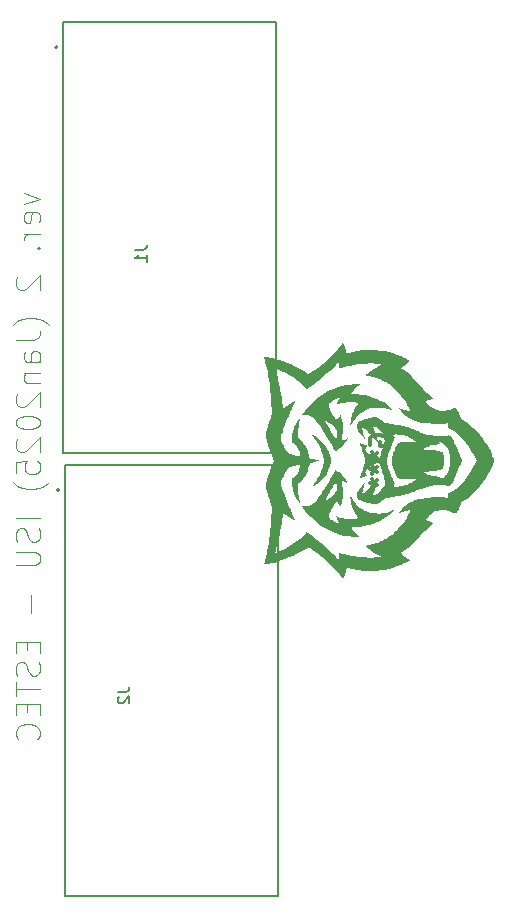
<source format=gbo>
%TF.GenerationSoftware,KiCad,Pcbnew,8.0.8*%
%TF.CreationDate,2025-02-05T11:08:30-07:00*%
%TF.ProjectId,IF Box PCB,49462042-6f78-4205-9043-422e6b696361,2*%
%TF.SameCoordinates,Original*%
%TF.FileFunction,Legend,Bot*%
%TF.FilePolarity,Positive*%
%FSLAX46Y46*%
G04 Gerber Fmt 4.6, Leading zero omitted, Abs format (unit mm)*
G04 Created by KiCad (PCBNEW 8.0.8) date 2025-02-05 11:08:30*
%MOMM*%
%LPD*%
G01*
G04 APERTURE LIST*
%ADD10C,0.100000*%
%ADD11C,0.150000*%
%ADD12C,0.300000*%
%ADD13C,0.127000*%
%ADD14C,0.200000*%
%ADD15C,0.000000*%
G04 APERTURE END LIST*
D10*
X113916704Y-87857141D02*
X115250038Y-88333331D01*
X115250038Y-88333331D02*
X113916704Y-88809522D01*
X115154800Y-90333332D02*
X115250038Y-90142856D01*
X115250038Y-90142856D02*
X115250038Y-89761903D01*
X115250038Y-89761903D02*
X115154800Y-89571427D01*
X115154800Y-89571427D02*
X114964323Y-89476189D01*
X114964323Y-89476189D02*
X114202419Y-89476189D01*
X114202419Y-89476189D02*
X114011942Y-89571427D01*
X114011942Y-89571427D02*
X113916704Y-89761903D01*
X113916704Y-89761903D02*
X113916704Y-90142856D01*
X113916704Y-90142856D02*
X114011942Y-90333332D01*
X114011942Y-90333332D02*
X114202419Y-90428570D01*
X114202419Y-90428570D02*
X114392895Y-90428570D01*
X114392895Y-90428570D02*
X114583371Y-89476189D01*
X115250038Y-91285713D02*
X113916704Y-91285713D01*
X114297657Y-91285713D02*
X114107180Y-91380951D01*
X114107180Y-91380951D02*
X114011942Y-91476189D01*
X114011942Y-91476189D02*
X113916704Y-91666665D01*
X113916704Y-91666665D02*
X113916704Y-91857142D01*
X115059561Y-92523808D02*
X115154800Y-92619046D01*
X115154800Y-92619046D02*
X115250038Y-92523808D01*
X115250038Y-92523808D02*
X115154800Y-92428570D01*
X115154800Y-92428570D02*
X115059561Y-92523808D01*
X115059561Y-92523808D02*
X115250038Y-92523808D01*
X113440514Y-94904761D02*
X113345276Y-94999999D01*
X113345276Y-94999999D02*
X113250038Y-95190475D01*
X113250038Y-95190475D02*
X113250038Y-95666666D01*
X113250038Y-95666666D02*
X113345276Y-95857142D01*
X113345276Y-95857142D02*
X113440514Y-95952380D01*
X113440514Y-95952380D02*
X113630990Y-96047618D01*
X113630990Y-96047618D02*
X113821466Y-96047618D01*
X113821466Y-96047618D02*
X114107180Y-95952380D01*
X114107180Y-95952380D02*
X115250038Y-94809523D01*
X115250038Y-94809523D02*
X115250038Y-96047618D01*
X116011942Y-99000000D02*
X115916704Y-98904761D01*
X115916704Y-98904761D02*
X115630990Y-98714285D01*
X115630990Y-98714285D02*
X115440514Y-98619047D01*
X115440514Y-98619047D02*
X115154800Y-98523809D01*
X115154800Y-98523809D02*
X114678609Y-98428571D01*
X114678609Y-98428571D02*
X114297657Y-98428571D01*
X114297657Y-98428571D02*
X113821466Y-98523809D01*
X113821466Y-98523809D02*
X113535752Y-98619047D01*
X113535752Y-98619047D02*
X113345276Y-98714285D01*
X113345276Y-98714285D02*
X113059561Y-98904761D01*
X113059561Y-98904761D02*
X112964323Y-99000000D01*
X113250038Y-100333333D02*
X114678609Y-100333333D01*
X114678609Y-100333333D02*
X114964323Y-100238094D01*
X114964323Y-100238094D02*
X115154800Y-100047618D01*
X115154800Y-100047618D02*
X115250038Y-99761904D01*
X115250038Y-99761904D02*
X115250038Y-99571428D01*
X115250038Y-102142857D02*
X114202419Y-102142857D01*
X114202419Y-102142857D02*
X114011942Y-102047619D01*
X114011942Y-102047619D02*
X113916704Y-101857143D01*
X113916704Y-101857143D02*
X113916704Y-101476190D01*
X113916704Y-101476190D02*
X114011942Y-101285714D01*
X115154800Y-102142857D02*
X115250038Y-101952381D01*
X115250038Y-101952381D02*
X115250038Y-101476190D01*
X115250038Y-101476190D02*
X115154800Y-101285714D01*
X115154800Y-101285714D02*
X114964323Y-101190476D01*
X114964323Y-101190476D02*
X114773847Y-101190476D01*
X114773847Y-101190476D02*
X114583371Y-101285714D01*
X114583371Y-101285714D02*
X114488133Y-101476190D01*
X114488133Y-101476190D02*
X114488133Y-101952381D01*
X114488133Y-101952381D02*
X114392895Y-102142857D01*
X113916704Y-103095238D02*
X115250038Y-103095238D01*
X114107180Y-103095238D02*
X114011942Y-103190476D01*
X114011942Y-103190476D02*
X113916704Y-103380952D01*
X113916704Y-103380952D02*
X113916704Y-103666667D01*
X113916704Y-103666667D02*
X114011942Y-103857143D01*
X114011942Y-103857143D02*
X114202419Y-103952381D01*
X114202419Y-103952381D02*
X115250038Y-103952381D01*
X113440514Y-104809524D02*
X113345276Y-104904762D01*
X113345276Y-104904762D02*
X113250038Y-105095238D01*
X113250038Y-105095238D02*
X113250038Y-105571429D01*
X113250038Y-105571429D02*
X113345276Y-105761905D01*
X113345276Y-105761905D02*
X113440514Y-105857143D01*
X113440514Y-105857143D02*
X113630990Y-105952381D01*
X113630990Y-105952381D02*
X113821466Y-105952381D01*
X113821466Y-105952381D02*
X114107180Y-105857143D01*
X114107180Y-105857143D02*
X115250038Y-104714286D01*
X115250038Y-104714286D02*
X115250038Y-105952381D01*
X113250038Y-107190476D02*
X113250038Y-107380953D01*
X113250038Y-107380953D02*
X113345276Y-107571429D01*
X113345276Y-107571429D02*
X113440514Y-107666667D01*
X113440514Y-107666667D02*
X113630990Y-107761905D01*
X113630990Y-107761905D02*
X114011942Y-107857143D01*
X114011942Y-107857143D02*
X114488133Y-107857143D01*
X114488133Y-107857143D02*
X114869085Y-107761905D01*
X114869085Y-107761905D02*
X115059561Y-107666667D01*
X115059561Y-107666667D02*
X115154800Y-107571429D01*
X115154800Y-107571429D02*
X115250038Y-107380953D01*
X115250038Y-107380953D02*
X115250038Y-107190476D01*
X115250038Y-107190476D02*
X115154800Y-107000000D01*
X115154800Y-107000000D02*
X115059561Y-106904762D01*
X115059561Y-106904762D02*
X114869085Y-106809524D01*
X114869085Y-106809524D02*
X114488133Y-106714286D01*
X114488133Y-106714286D02*
X114011942Y-106714286D01*
X114011942Y-106714286D02*
X113630990Y-106809524D01*
X113630990Y-106809524D02*
X113440514Y-106904762D01*
X113440514Y-106904762D02*
X113345276Y-107000000D01*
X113345276Y-107000000D02*
X113250038Y-107190476D01*
X113440514Y-108619048D02*
X113345276Y-108714286D01*
X113345276Y-108714286D02*
X113250038Y-108904762D01*
X113250038Y-108904762D02*
X113250038Y-109380953D01*
X113250038Y-109380953D02*
X113345276Y-109571429D01*
X113345276Y-109571429D02*
X113440514Y-109666667D01*
X113440514Y-109666667D02*
X113630990Y-109761905D01*
X113630990Y-109761905D02*
X113821466Y-109761905D01*
X113821466Y-109761905D02*
X114107180Y-109666667D01*
X114107180Y-109666667D02*
X115250038Y-108523810D01*
X115250038Y-108523810D02*
X115250038Y-109761905D01*
X113250038Y-111571429D02*
X113250038Y-110619048D01*
X113250038Y-110619048D02*
X114202419Y-110523810D01*
X114202419Y-110523810D02*
X114107180Y-110619048D01*
X114107180Y-110619048D02*
X114011942Y-110809524D01*
X114011942Y-110809524D02*
X114011942Y-111285715D01*
X114011942Y-111285715D02*
X114107180Y-111476191D01*
X114107180Y-111476191D02*
X114202419Y-111571429D01*
X114202419Y-111571429D02*
X114392895Y-111666667D01*
X114392895Y-111666667D02*
X114869085Y-111666667D01*
X114869085Y-111666667D02*
X115059561Y-111571429D01*
X115059561Y-111571429D02*
X115154800Y-111476191D01*
X115154800Y-111476191D02*
X115250038Y-111285715D01*
X115250038Y-111285715D02*
X115250038Y-110809524D01*
X115250038Y-110809524D02*
X115154800Y-110619048D01*
X115154800Y-110619048D02*
X115059561Y-110523810D01*
X116011942Y-112333334D02*
X115916704Y-112428572D01*
X115916704Y-112428572D02*
X115630990Y-112619048D01*
X115630990Y-112619048D02*
X115440514Y-112714286D01*
X115440514Y-112714286D02*
X115154800Y-112809524D01*
X115154800Y-112809524D02*
X114678609Y-112904762D01*
X114678609Y-112904762D02*
X114297657Y-112904762D01*
X114297657Y-112904762D02*
X113821466Y-112809524D01*
X113821466Y-112809524D02*
X113535752Y-112714286D01*
X113535752Y-112714286D02*
X113345276Y-112619048D01*
X113345276Y-112619048D02*
X113059561Y-112428572D01*
X113059561Y-112428572D02*
X112964323Y-112333334D01*
X115250038Y-115380953D02*
X113250038Y-115380953D01*
X115154800Y-116238096D02*
X115250038Y-116523810D01*
X115250038Y-116523810D02*
X115250038Y-117000001D01*
X115250038Y-117000001D02*
X115154800Y-117190477D01*
X115154800Y-117190477D02*
X115059561Y-117285715D01*
X115059561Y-117285715D02*
X114869085Y-117380953D01*
X114869085Y-117380953D02*
X114678609Y-117380953D01*
X114678609Y-117380953D02*
X114488133Y-117285715D01*
X114488133Y-117285715D02*
X114392895Y-117190477D01*
X114392895Y-117190477D02*
X114297657Y-117000001D01*
X114297657Y-117000001D02*
X114202419Y-116619048D01*
X114202419Y-116619048D02*
X114107180Y-116428572D01*
X114107180Y-116428572D02*
X114011942Y-116333334D01*
X114011942Y-116333334D02*
X113821466Y-116238096D01*
X113821466Y-116238096D02*
X113630990Y-116238096D01*
X113630990Y-116238096D02*
X113440514Y-116333334D01*
X113440514Y-116333334D02*
X113345276Y-116428572D01*
X113345276Y-116428572D02*
X113250038Y-116619048D01*
X113250038Y-116619048D02*
X113250038Y-117095239D01*
X113250038Y-117095239D02*
X113345276Y-117380953D01*
X113250038Y-118238096D02*
X114869085Y-118238096D01*
X114869085Y-118238096D02*
X115059561Y-118333334D01*
X115059561Y-118333334D02*
X115154800Y-118428572D01*
X115154800Y-118428572D02*
X115250038Y-118619048D01*
X115250038Y-118619048D02*
X115250038Y-119000001D01*
X115250038Y-119000001D02*
X115154800Y-119190477D01*
X115154800Y-119190477D02*
X115059561Y-119285715D01*
X115059561Y-119285715D02*
X114869085Y-119380953D01*
X114869085Y-119380953D02*
X113250038Y-119380953D01*
X114488133Y-121857144D02*
X114488133Y-123380954D01*
X114202419Y-125857144D02*
X114202419Y-126523811D01*
X115250038Y-126809525D02*
X115250038Y-125857144D01*
X115250038Y-125857144D02*
X113250038Y-125857144D01*
X113250038Y-125857144D02*
X113250038Y-126809525D01*
X115154800Y-127571430D02*
X115250038Y-127857144D01*
X115250038Y-127857144D02*
X115250038Y-128333335D01*
X115250038Y-128333335D02*
X115154800Y-128523811D01*
X115154800Y-128523811D02*
X115059561Y-128619049D01*
X115059561Y-128619049D02*
X114869085Y-128714287D01*
X114869085Y-128714287D02*
X114678609Y-128714287D01*
X114678609Y-128714287D02*
X114488133Y-128619049D01*
X114488133Y-128619049D02*
X114392895Y-128523811D01*
X114392895Y-128523811D02*
X114297657Y-128333335D01*
X114297657Y-128333335D02*
X114202419Y-127952382D01*
X114202419Y-127952382D02*
X114107180Y-127761906D01*
X114107180Y-127761906D02*
X114011942Y-127666668D01*
X114011942Y-127666668D02*
X113821466Y-127571430D01*
X113821466Y-127571430D02*
X113630990Y-127571430D01*
X113630990Y-127571430D02*
X113440514Y-127666668D01*
X113440514Y-127666668D02*
X113345276Y-127761906D01*
X113345276Y-127761906D02*
X113250038Y-127952382D01*
X113250038Y-127952382D02*
X113250038Y-128428573D01*
X113250038Y-128428573D02*
X113345276Y-128714287D01*
X113250038Y-129285716D02*
X113250038Y-130428573D01*
X115250038Y-129857144D02*
X113250038Y-129857144D01*
X114202419Y-131095240D02*
X114202419Y-131761907D01*
X115250038Y-132047621D02*
X115250038Y-131095240D01*
X115250038Y-131095240D02*
X113250038Y-131095240D01*
X113250038Y-131095240D02*
X113250038Y-132047621D01*
X115059561Y-134047621D02*
X115154800Y-133952383D01*
X115154800Y-133952383D02*
X115250038Y-133666669D01*
X115250038Y-133666669D02*
X115250038Y-133476193D01*
X115250038Y-133476193D02*
X115154800Y-133190478D01*
X115154800Y-133190478D02*
X114964323Y-133000002D01*
X114964323Y-133000002D02*
X114773847Y-132904764D01*
X114773847Y-132904764D02*
X114392895Y-132809526D01*
X114392895Y-132809526D02*
X114107180Y-132809526D01*
X114107180Y-132809526D02*
X113726228Y-132904764D01*
X113726228Y-132904764D02*
X113535752Y-133000002D01*
X113535752Y-133000002D02*
X113345276Y-133190478D01*
X113345276Y-133190478D02*
X113250038Y-133476193D01*
X113250038Y-133476193D02*
X113250038Y-133666669D01*
X113250038Y-133666669D02*
X113345276Y-133952383D01*
X113345276Y-133952383D02*
X113440514Y-134047621D01*
D11*
X121854819Y-130066666D02*
X122569104Y-130066666D01*
X122569104Y-130066666D02*
X122711961Y-130019047D01*
X122711961Y-130019047D02*
X122807200Y-129923809D01*
X122807200Y-129923809D02*
X122854819Y-129780952D01*
X122854819Y-129780952D02*
X122854819Y-129685714D01*
X121950057Y-130495238D02*
X121902438Y-130542857D01*
X121902438Y-130542857D02*
X121854819Y-130638095D01*
X121854819Y-130638095D02*
X121854819Y-130876190D01*
X121854819Y-130876190D02*
X121902438Y-130971428D01*
X121902438Y-130971428D02*
X121950057Y-131019047D01*
X121950057Y-131019047D02*
X122045295Y-131066666D01*
X122045295Y-131066666D02*
X122140533Y-131066666D01*
X122140533Y-131066666D02*
X122283390Y-131019047D01*
X122283390Y-131019047D02*
X122854819Y-130447619D01*
X122854819Y-130447619D02*
X122854819Y-131066666D01*
D12*
X143249757Y-109178572D02*
X143178328Y-109035715D01*
X143178328Y-109035715D02*
X143178328Y-108821429D01*
X143178328Y-108821429D02*
X143249757Y-108607143D01*
X143249757Y-108607143D02*
X143392614Y-108464286D01*
X143392614Y-108464286D02*
X143535471Y-108392857D01*
X143535471Y-108392857D02*
X143821185Y-108321429D01*
X143821185Y-108321429D02*
X144035471Y-108321429D01*
X144035471Y-108321429D02*
X144321185Y-108392857D01*
X144321185Y-108392857D02*
X144464042Y-108464286D01*
X144464042Y-108464286D02*
X144606900Y-108607143D01*
X144606900Y-108607143D02*
X144678328Y-108821429D01*
X144678328Y-108821429D02*
X144678328Y-108964286D01*
X144678328Y-108964286D02*
X144606900Y-109178572D01*
X144606900Y-109178572D02*
X144535471Y-109250000D01*
X144535471Y-109250000D02*
X144035471Y-109250000D01*
X144035471Y-109250000D02*
X144035471Y-108964286D01*
X143178328Y-110107143D02*
X143535471Y-110107143D01*
X143392614Y-109750000D02*
X143535471Y-110107143D01*
X143535471Y-110107143D02*
X143392614Y-110464286D01*
X143821185Y-109892857D02*
X143535471Y-110107143D01*
X143535471Y-110107143D02*
X143821185Y-110321429D01*
X143178328Y-111250000D02*
X143535471Y-111250000D01*
X143392614Y-110892857D02*
X143535471Y-111250000D01*
X143535471Y-111250000D02*
X143392614Y-111607143D01*
X143821185Y-111035714D02*
X143535471Y-111250000D01*
X143535471Y-111250000D02*
X143821185Y-111464286D01*
X143178328Y-112392857D02*
X143535471Y-112392857D01*
X143392614Y-112035714D02*
X143535471Y-112392857D01*
X143535471Y-112392857D02*
X143392614Y-112750000D01*
X143821185Y-112178571D02*
X143535471Y-112392857D01*
X143535471Y-112392857D02*
X143821185Y-112607143D01*
D11*
X123304819Y-92666666D02*
X124019104Y-92666666D01*
X124019104Y-92666666D02*
X124161961Y-92619047D01*
X124161961Y-92619047D02*
X124257200Y-92523809D01*
X124257200Y-92523809D02*
X124304819Y-92380952D01*
X124304819Y-92380952D02*
X124304819Y-92285714D01*
X124304819Y-93666666D02*
X124304819Y-93095238D01*
X124304819Y-93380952D02*
X123304819Y-93380952D01*
X123304819Y-93380952D02*
X123447676Y-93285714D01*
X123447676Y-93285714D02*
X123542914Y-93190476D01*
X123542914Y-93190476D02*
X123590533Y-93095238D01*
D13*
%TO.C,J2*%
X117400000Y-110900000D02*
X135400000Y-110900000D01*
X117400000Y-147400000D02*
X117400000Y-110900000D01*
X135400000Y-110900000D02*
X135400000Y-147400000D01*
X135400000Y-147400000D02*
X117400000Y-147400000D01*
D14*
X116900000Y-113000000D02*
G75*
G02*
X116700000Y-113000000I-100000J0D01*
G01*
X116700000Y-113000000D02*
G75*
G02*
X116900000Y-113000000I100000J0D01*
G01*
D15*
%TO.C,G\u002A\u002A\u002A*%
G36*
X138349359Y-108326426D02*
G01*
X138392360Y-108341466D01*
X138447344Y-108364515D01*
X138510431Y-108393740D01*
X138577736Y-108427308D01*
X138645378Y-108463387D01*
X138709472Y-108500144D01*
X138766137Y-108535747D01*
X138829558Y-108579480D01*
X139020649Y-108731183D01*
X139194872Y-108901479D01*
X139352053Y-109090092D01*
X139492017Y-109296745D01*
X139614591Y-109521160D01*
X139719599Y-109763061D01*
X139806867Y-110022171D01*
X139876221Y-110298212D01*
X139879712Y-110314764D01*
X139892584Y-110377526D01*
X139903106Y-110431536D01*
X139910271Y-110471496D01*
X139913072Y-110492109D01*
X139911108Y-110515610D01*
X139903999Y-110560387D01*
X139892745Y-110620028D01*
X139878424Y-110689499D01*
X139862111Y-110763766D01*
X139844883Y-110837795D01*
X139827815Y-110906552D01*
X139811983Y-110965003D01*
X139753224Y-111148316D01*
X139657803Y-111385835D01*
X139545231Y-111609192D01*
X139416486Y-111817121D01*
X139272545Y-112008357D01*
X139114383Y-112181636D01*
X138942979Y-112335692D01*
X138759309Y-112469258D01*
X138564349Y-112581072D01*
X138524603Y-112600390D01*
X138465813Y-112626947D01*
X138410795Y-112649693D01*
X138364270Y-112666812D01*
X138330960Y-112676483D01*
X138315585Y-112676889D01*
X138315910Y-112674553D01*
X138327154Y-112657585D01*
X138350494Y-112628449D01*
X138382341Y-112591728D01*
X138447500Y-112516056D01*
X138585355Y-112337016D01*
X138718184Y-112139490D01*
X138843674Y-111928043D01*
X138959510Y-111707238D01*
X139063378Y-111481637D01*
X139152963Y-111255804D01*
X139225950Y-111034303D01*
X139280027Y-110821697D01*
X139303648Y-110676299D01*
X139312871Y-110520811D01*
X139305735Y-110360221D01*
X139281882Y-110192046D01*
X139240954Y-110013802D01*
X139182593Y-109823008D01*
X139106442Y-109617180D01*
X139074789Y-109539979D01*
X138979854Y-109330853D01*
X138873040Y-109123769D01*
X138757113Y-108923348D01*
X138634843Y-108734211D01*
X138508996Y-108560978D01*
X138382341Y-108408272D01*
X138369060Y-108393251D01*
X138340123Y-108358960D01*
X138321102Y-108334053D01*
X138315585Y-108323110D01*
X138322227Y-108321227D01*
X138349359Y-108326426D01*
G37*
G36*
X140333302Y-111327484D02*
G01*
X140347843Y-111334779D01*
X140383289Y-111353100D01*
X140556573Y-111458399D01*
X140723456Y-111585805D01*
X140881287Y-111732899D01*
X141027419Y-111897259D01*
X141159204Y-112076465D01*
X141166649Y-112087782D01*
X141204503Y-112148927D01*
X141242149Y-112214841D01*
X141276147Y-112279079D01*
X141303060Y-112335199D01*
X141319448Y-112376757D01*
X141322875Y-112391441D01*
X141318092Y-112394994D01*
X141300952Y-112385700D01*
X141267502Y-112362472D01*
X141141601Y-112287154D01*
X140997322Y-112229452D01*
X140947571Y-112215113D01*
X140894720Y-112202439D01*
X140850638Y-112194462D01*
X140820438Y-112192088D01*
X140809235Y-112196219D01*
X140809411Y-112197922D01*
X140813607Y-112218212D01*
X140822253Y-112254864D01*
X140833828Y-112301374D01*
X140836439Y-112311724D01*
X140888169Y-112564585D01*
X140920301Y-112828627D01*
X140932783Y-113099277D01*
X140925565Y-113371964D01*
X140898595Y-113642117D01*
X140851822Y-113905164D01*
X140848080Y-113921814D01*
X140830906Y-113991745D01*
X140810810Y-114065759D01*
X140789283Y-114139093D01*
X140767818Y-114206984D01*
X140747903Y-114264671D01*
X140731032Y-114307390D01*
X140718695Y-114330378D01*
X140716204Y-114332684D01*
X140705626Y-114332133D01*
X140689401Y-114317377D01*
X140665187Y-114285881D01*
X140630642Y-114235111D01*
X140577334Y-114159257D01*
X140524711Y-114093266D01*
X140475735Y-114040410D01*
X140433199Y-114003699D01*
X140399896Y-113986149D01*
X140390413Y-113984373D01*
X140370381Y-113985904D01*
X140349181Y-113996809D01*
X140324404Y-114019511D01*
X140293641Y-114056433D01*
X140254483Y-114109995D01*
X140204521Y-114182622D01*
X140150382Y-114264177D01*
X140047735Y-114428968D01*
X139958594Y-114586653D01*
X139883588Y-114735711D01*
X139823347Y-114874621D01*
X139778502Y-115001861D01*
X139749681Y-115115910D01*
X139737516Y-115215245D01*
X139742635Y-115298346D01*
X139754740Y-115333413D01*
X139792215Y-115388269D01*
X139851950Y-115446869D01*
X139932517Y-115508329D01*
X140032486Y-115571764D01*
X140150427Y-115636288D01*
X140284909Y-115701018D01*
X140434504Y-115765067D01*
X140597781Y-115827552D01*
X140718765Y-115871347D01*
X140650178Y-115780534D01*
X140627465Y-115748629D01*
X140588306Y-115688039D01*
X140548160Y-115620574D01*
X140512870Y-115555798D01*
X140482609Y-115494855D01*
X140452384Y-115430184D01*
X140425194Y-115368422D01*
X140402656Y-115313517D01*
X140386387Y-115269413D01*
X140378005Y-115240056D01*
X140379126Y-115229394D01*
X140383408Y-115230260D01*
X140407336Y-115237649D01*
X140446348Y-115250956D01*
X140494548Y-115268199D01*
X140564623Y-115291754D01*
X140677441Y-115324019D01*
X140802000Y-115354363D01*
X140930506Y-115380929D01*
X141055164Y-115401858D01*
X141059141Y-115402425D01*
X141130656Y-115410046D01*
X141222294Y-115416150D01*
X141329318Y-115420711D01*
X141446992Y-115423706D01*
X141570577Y-115425109D01*
X141695338Y-115424895D01*
X141816538Y-115423040D01*
X141929438Y-115419519D01*
X142029303Y-115414307D01*
X142111395Y-115407380D01*
X142121459Y-115406270D01*
X142180359Y-115399124D01*
X142228233Y-115392233D01*
X142260390Y-115386331D01*
X142272136Y-115382157D01*
X142268134Y-115374949D01*
X142251030Y-115351396D01*
X142223569Y-115316115D01*
X142189138Y-115273535D01*
X142096869Y-115154468D01*
X141971514Y-114968453D01*
X141859355Y-114772210D01*
X141762921Y-114570699D01*
X141684742Y-114368885D01*
X141627350Y-114171729D01*
X141611247Y-114095805D01*
X141595277Y-113999973D01*
X141582399Y-113899736D01*
X141572977Y-113799938D01*
X141567374Y-113705425D01*
X141565954Y-113621042D01*
X141569079Y-113551635D01*
X141577114Y-113502049D01*
X141580206Y-113491300D01*
X141586050Y-113480322D01*
X141594802Y-113487507D01*
X141611371Y-113514660D01*
X141614974Y-113520808D01*
X141675621Y-113623591D01*
X141726508Y-113708221D01*
X141769974Y-113778407D01*
X141808359Y-113837858D01*
X141844000Y-113890282D01*
X141879238Y-113939388D01*
X141913508Y-113985209D01*
X142072690Y-114178716D01*
X142238817Y-114349258D01*
X142413561Y-114498290D01*
X142598591Y-114627267D01*
X142795581Y-114737646D01*
X142879408Y-114777643D01*
X143080149Y-114858432D01*
X143285361Y-114919566D01*
X143497822Y-114961516D01*
X143720309Y-114984752D01*
X143955598Y-114989746D01*
X144206466Y-114976969D01*
X144258686Y-114971964D01*
X144439546Y-114945651D01*
X144631121Y-114905391D01*
X144826801Y-114852900D01*
X145019979Y-114789892D01*
X145204047Y-114718082D01*
X145207163Y-114716933D01*
X145212131Y-114720756D01*
X145201049Y-114738795D01*
X145176065Y-114768722D01*
X145139325Y-114808213D01*
X145092977Y-114854940D01*
X145039167Y-114906577D01*
X144980043Y-114960799D01*
X144848864Y-115073771D01*
X144602922Y-115262444D01*
X144343428Y-115432648D01*
X144069006Y-115585121D01*
X143778278Y-115720599D01*
X143469870Y-115839818D01*
X143142403Y-115943514D01*
X143134782Y-115945678D01*
X142965135Y-115990171D01*
X142784252Y-116031259D01*
X142597111Y-116068164D01*
X142408692Y-116100105D01*
X142223974Y-116126305D01*
X142047936Y-116145984D01*
X141885557Y-116158362D01*
X141741815Y-116162661D01*
X141703085Y-116163005D01*
X141664888Y-116166451D01*
X141646179Y-116176643D01*
X141645469Y-116197216D01*
X141661269Y-116231806D01*
X141692091Y-116284047D01*
X141734470Y-116348796D01*
X141828904Y-116470185D01*
X141944438Y-116595158D01*
X142079035Y-116721584D01*
X142230657Y-116847332D01*
X142252188Y-116864224D01*
X142294061Y-116897907D01*
X142319208Y-116920374D01*
X142330093Y-116934460D01*
X142329182Y-116942998D01*
X142318939Y-116948823D01*
X142317483Y-116949302D01*
X142292133Y-116952446D01*
X142245803Y-116954171D01*
X142182241Y-116954588D01*
X142105191Y-116953810D01*
X142018400Y-116951949D01*
X141925614Y-116949117D01*
X141830580Y-116945428D01*
X141737043Y-116940992D01*
X141648750Y-116935924D01*
X141569447Y-116930334D01*
X141502880Y-116924337D01*
X141396962Y-116912070D01*
X141053583Y-116855872D01*
X140713909Y-116775298D01*
X140378910Y-116670909D01*
X140049557Y-116543264D01*
X139726818Y-116392920D01*
X139411663Y-116220438D01*
X139105063Y-116026375D01*
X138807986Y-115811293D01*
X138521404Y-115575748D01*
X138246284Y-115320301D01*
X137983598Y-115045510D01*
X137734315Y-114751934D01*
X137707693Y-114718197D01*
X137662678Y-114659466D01*
X137616362Y-114597328D01*
X137571116Y-114535136D01*
X137529307Y-114476244D01*
X137493306Y-114424005D01*
X137465480Y-114381773D01*
X137448198Y-114352900D01*
X137443831Y-114340740D01*
X137444164Y-114340558D01*
X137459711Y-114341458D01*
X137492675Y-114346773D01*
X137536494Y-114355459D01*
X137550290Y-114358151D01*
X137632628Y-114367306D01*
X137728464Y-114369070D01*
X137829046Y-114363840D01*
X137925620Y-114352014D01*
X138009434Y-114333989D01*
X138053570Y-114320457D01*
X138199332Y-114260729D01*
X138340761Y-114180639D01*
X138472113Y-114083768D01*
X138587642Y-113973696D01*
X138632887Y-113922051D01*
X139392591Y-113922051D01*
X139396080Y-113923245D01*
X139418447Y-113917240D01*
X139457176Y-113899142D01*
X139509244Y-113870870D01*
X139571629Y-113834346D01*
X139641305Y-113791489D01*
X139715249Y-113744219D01*
X139790439Y-113694457D01*
X139863850Y-113644122D01*
X139932458Y-113595136D01*
X139993241Y-113549417D01*
X140043175Y-113508886D01*
X140074431Y-113481313D01*
X140191381Y-113361317D01*
X140286318Y-113234080D01*
X140358219Y-113101140D01*
X140406058Y-112964036D01*
X140418472Y-112900025D01*
X140427737Y-112805516D01*
X140429810Y-112704708D01*
X140424559Y-112607597D01*
X140411852Y-112524181D01*
X140396622Y-112463346D01*
X140379035Y-112404805D01*
X140361410Y-112355832D01*
X140345561Y-112321449D01*
X140333302Y-112306681D01*
X140323018Y-112314468D01*
X140301342Y-112342211D01*
X140269782Y-112387975D01*
X140229551Y-112449681D01*
X140181859Y-112525248D01*
X140127917Y-112612595D01*
X140068938Y-112709644D01*
X140006131Y-112814313D01*
X139940710Y-112924523D01*
X139873884Y-113038194D01*
X139806866Y-113153245D01*
X139740867Y-113267596D01*
X139677097Y-113379167D01*
X139616770Y-113485879D01*
X139561095Y-113585650D01*
X139511284Y-113676402D01*
X139468549Y-113756052D01*
X139434100Y-113822523D01*
X139409150Y-113873733D01*
X139394910Y-113907602D01*
X139392591Y-113922051D01*
X138632887Y-113922051D01*
X138645360Y-113907814D01*
X138730350Y-113802862D01*
X138824291Y-113679011D01*
X138925735Y-113538276D01*
X139033236Y-113382677D01*
X139145347Y-113214231D01*
X139260623Y-113034955D01*
X139282869Y-112999606D01*
X139341970Y-112904384D01*
X139407957Y-112796516D01*
X139479400Y-112678444D01*
X139554873Y-112552611D01*
X139632948Y-112421459D01*
X139712196Y-112287432D01*
X139791190Y-112152972D01*
X139868503Y-112020522D01*
X139942705Y-111892525D01*
X140012370Y-111771423D01*
X140076070Y-111659660D01*
X140132376Y-111559677D01*
X140179862Y-111473919D01*
X140217099Y-111404827D01*
X140242659Y-111354844D01*
X140271109Y-111296284D01*
X140333302Y-111327484D01*
G37*
G36*
X142266868Y-104045740D02*
G01*
X142307786Y-104047735D01*
X142327156Y-104051132D01*
X142327858Y-104051537D01*
X142333889Y-104059947D01*
X142326766Y-104073193D01*
X142303875Y-104094322D01*
X142262602Y-104126382D01*
X142189630Y-104183293D01*
X142069983Y-104285685D01*
X141956734Y-104393580D01*
X141853939Y-104502811D01*
X141765653Y-104609212D01*
X141695930Y-104708616D01*
X141666231Y-104757215D01*
X141647016Y-104795341D01*
X141644548Y-104818936D01*
X141660374Y-104831480D01*
X141696039Y-104836454D01*
X141753088Y-104837338D01*
X141769460Y-104837505D01*
X141829871Y-104839641D01*
X141904604Y-104843854D01*
X141985708Y-104849656D01*
X142065228Y-104856557D01*
X142139107Y-104864056D01*
X142495055Y-104912379D01*
X142840364Y-104979609D01*
X143173940Y-105065279D01*
X143494689Y-105168926D01*
X143801519Y-105290084D01*
X144093334Y-105428288D01*
X144369042Y-105583073D01*
X144627549Y-105753974D01*
X144867760Y-105940525D01*
X145088583Y-106142262D01*
X145114405Y-106168106D01*
X145157398Y-106212234D01*
X145191123Y-106248310D01*
X145212644Y-106273156D01*
X145219026Y-106283589D01*
X145218365Y-106284034D01*
X145202522Y-106281694D01*
X145175560Y-106270150D01*
X145150973Y-106259021D01*
X145101748Y-106239781D01*
X145037638Y-106216647D01*
X144963903Y-106191377D01*
X144885806Y-106165726D01*
X144808607Y-106141450D01*
X144737567Y-106120306D01*
X144677948Y-106104050D01*
X144537929Y-106072334D01*
X144301198Y-106034442D01*
X144060309Y-106014244D01*
X143820616Y-106011915D01*
X143587476Y-106027629D01*
X143366245Y-106061558D01*
X143245759Y-106089598D01*
X143026154Y-106159989D01*
X142812601Y-106253242D01*
X142607597Y-106367887D01*
X142413638Y-106502456D01*
X142233217Y-106655479D01*
X142068832Y-106825487D01*
X142025899Y-106875200D01*
X141965904Y-106947380D01*
X141910787Y-107017890D01*
X141857777Y-107090730D01*
X141804102Y-107169897D01*
X141746991Y-107259389D01*
X141683671Y-107363204D01*
X141611371Y-107485339D01*
X141602403Y-107500528D01*
X141590070Y-107518198D01*
X141583277Y-107516736D01*
X141577114Y-107497951D01*
X141569846Y-107456102D01*
X141566097Y-107389018D01*
X141566942Y-107306323D01*
X141572017Y-107212863D01*
X141580959Y-107113482D01*
X141593404Y-107013026D01*
X141608989Y-106916341D01*
X141627350Y-106828270D01*
X141664343Y-106693821D01*
X141736261Y-106492936D01*
X141827230Y-106290796D01*
X141934719Y-106092362D01*
X142056199Y-105902597D01*
X142189138Y-105726465D01*
X142214485Y-105695263D01*
X142244239Y-105657491D01*
X142264584Y-105630207D01*
X142272136Y-105617843D01*
X142271826Y-105617325D01*
X142256523Y-105612827D01*
X142221555Y-105606719D01*
X142171615Y-105599738D01*
X142111395Y-105592620D01*
X142106519Y-105592098D01*
X142023080Y-105585288D01*
X141922189Y-105580191D01*
X141808580Y-105576783D01*
X141686992Y-105575039D01*
X141562161Y-105574935D01*
X141438825Y-105576446D01*
X141321720Y-105579547D01*
X141215584Y-105584213D01*
X141125152Y-105590419D01*
X141055164Y-105598142D01*
X140965427Y-105612688D01*
X140837201Y-105637892D01*
X140710783Y-105667384D01*
X140593968Y-105699306D01*
X140494548Y-105731801D01*
X140472024Y-105739947D01*
X140427242Y-105755658D01*
X140394311Y-105766538D01*
X140379126Y-105770606D01*
X140377845Y-105760824D01*
X140385847Y-105732198D01*
X140401807Y-105688654D01*
X140424105Y-105634135D01*
X140451127Y-105572590D01*
X140481254Y-105507963D01*
X140512870Y-105444202D01*
X140535617Y-105401701D01*
X140574798Y-105334069D01*
X140614933Y-105270136D01*
X140650178Y-105219465D01*
X140718765Y-105128653D01*
X140603201Y-105170527D01*
X140495912Y-105210766D01*
X140338371Y-105275392D01*
X140196294Y-105340717D01*
X140071004Y-105405926D01*
X139963823Y-105470201D01*
X139876074Y-105532728D01*
X139809078Y-105592690D01*
X139764158Y-105649270D01*
X139742635Y-105701654D01*
X139737271Y-105765866D01*
X139745943Y-105860803D01*
X139770993Y-105970662D01*
X139811701Y-106093738D01*
X139867349Y-106228324D01*
X139937219Y-106372713D01*
X140020592Y-106525198D01*
X140116751Y-106684074D01*
X140224976Y-106847632D01*
X140258541Y-106894616D01*
X140294466Y-106941459D01*
X140325065Y-106977865D01*
X140346070Y-106998518D01*
X140358591Y-107007672D01*
X140377841Y-107017625D01*
X140396657Y-107015050D01*
X140426334Y-107000184D01*
X140452539Y-106981517D01*
X140494963Y-106940093D01*
X140544183Y-106882420D01*
X140597344Y-106811902D01*
X140651589Y-106731940D01*
X140655302Y-106726211D01*
X140680308Y-106689419D01*
X140699968Y-106663422D01*
X140710302Y-106653536D01*
X140712135Y-106654397D01*
X140722610Y-106671642D01*
X140737835Y-106707771D01*
X140756360Y-106758490D01*
X140776735Y-106819502D01*
X140797510Y-106886512D01*
X140817234Y-106955224D01*
X140834458Y-107021343D01*
X140841654Y-107051407D01*
X140893878Y-107324269D01*
X140924646Y-107603103D01*
X140933961Y-107884058D01*
X140921825Y-108163283D01*
X140888241Y-108436927D01*
X140833213Y-108701138D01*
X140829623Y-108715559D01*
X140819716Y-108759917D01*
X140814208Y-108792330D01*
X140814216Y-108806602D01*
X140815919Y-108807243D01*
X140835796Y-108806241D01*
X140872225Y-108800583D01*
X140918904Y-108791194D01*
X140976504Y-108776130D01*
X141080194Y-108738990D01*
X141180203Y-108691766D01*
X141265763Y-108639175D01*
X141299561Y-108615490D01*
X141317363Y-108605585D01*
X141322704Y-108608552D01*
X141319448Y-108623243D01*
X141317124Y-108630233D01*
X141298307Y-108675287D01*
X141269668Y-108733588D01*
X141234646Y-108798693D01*
X141196678Y-108864156D01*
X141159204Y-108923535D01*
X141133939Y-108960711D01*
X140999051Y-109137121D01*
X140850349Y-109298198D01*
X140690482Y-109441520D01*
X140522097Y-109564668D01*
X140347843Y-109665220D01*
X140271109Y-109703716D01*
X140242659Y-109645156D01*
X140233523Y-109626816D01*
X140202926Y-109568578D01*
X140161247Y-109492247D01*
X140109914Y-109400268D01*
X140050355Y-109295081D01*
X139983997Y-109179132D01*
X139912269Y-109054861D01*
X139836598Y-108924712D01*
X139758411Y-108791128D01*
X139679138Y-108656552D01*
X139600205Y-108523425D01*
X139523040Y-108394192D01*
X139449072Y-108271295D01*
X139379728Y-108157176D01*
X139316436Y-108054278D01*
X139260623Y-107965045D01*
X139172778Y-107827881D01*
X139059775Y-107656652D01*
X138951036Y-107497786D01*
X138848006Y-107353300D01*
X138752133Y-107225213D01*
X138664863Y-107115542D01*
X138639143Y-107085819D01*
X139391886Y-107085819D01*
X139396282Y-107099385D01*
X139406084Y-107121566D01*
X139422285Y-107154272D01*
X139445877Y-107199413D01*
X139477854Y-107258901D01*
X139519208Y-107334646D01*
X139570933Y-107428560D01*
X139634022Y-107542552D01*
X139657857Y-107585411D01*
X139724207Y-107703353D01*
X139792582Y-107823097D01*
X139861778Y-107942664D01*
X139930591Y-108060073D01*
X139997816Y-108173346D01*
X140062251Y-108280503D01*
X140122690Y-108379565D01*
X140177928Y-108468552D01*
X140226763Y-108545486D01*
X140267990Y-108608386D01*
X140300404Y-108655273D01*
X140322802Y-108684169D01*
X140333978Y-108693093D01*
X140338494Y-108688656D01*
X140351283Y-108664743D01*
X140367593Y-108625241D01*
X140384989Y-108575754D01*
X140400900Y-108523498D01*
X140411906Y-108476672D01*
X140419063Y-108427784D01*
X140423498Y-108369117D01*
X140426341Y-108292949D01*
X140427583Y-108233616D01*
X140427150Y-108170386D01*
X140423807Y-108120181D01*
X140417018Y-108076039D01*
X140406251Y-108030998D01*
X140398532Y-108004233D01*
X140343884Y-107867366D01*
X140265607Y-107734983D01*
X140164954Y-107608945D01*
X140043175Y-107491113D01*
X140026431Y-107477070D01*
X139972195Y-107434427D01*
X139908212Y-107387296D01*
X139837503Y-107337596D01*
X139763094Y-107287247D01*
X139688008Y-107238171D01*
X139615269Y-107192286D01*
X139547899Y-107151514D01*
X139488922Y-107117773D01*
X139441363Y-107092986D01*
X139408245Y-107079071D01*
X139392591Y-107077949D01*
X139391904Y-107078956D01*
X139391886Y-107085819D01*
X138639143Y-107085819D01*
X138587642Y-107026304D01*
X138559400Y-106996566D01*
X138438104Y-106888729D01*
X138302188Y-106795255D01*
X138157387Y-106719720D01*
X138009434Y-106665700D01*
X137997509Y-106662450D01*
X137910958Y-106645267D01*
X137812665Y-106634492D01*
X137711547Y-106630524D01*
X137616518Y-106633759D01*
X137536494Y-106644597D01*
X137532038Y-106645537D01*
X137488967Y-106653920D01*
X137457376Y-106658841D01*
X137443831Y-106659259D01*
X137444951Y-106653727D01*
X137457729Y-106630649D01*
X137481928Y-106592970D01*
X137515180Y-106544043D01*
X137555116Y-106487223D01*
X137599366Y-106425861D01*
X137645562Y-106363312D01*
X137691335Y-106302929D01*
X137734315Y-106248066D01*
X137798962Y-106168531D01*
X138052394Y-105879272D01*
X138318929Y-105609077D01*
X138597620Y-105358494D01*
X138887521Y-105128069D01*
X139187683Y-104918349D01*
X139392591Y-104793562D01*
X139497159Y-104729881D01*
X139815003Y-104563212D01*
X140140267Y-104418889D01*
X140472003Y-104297458D01*
X140809264Y-104199467D01*
X141151104Y-104125463D01*
X141496574Y-104075991D01*
X141527776Y-104072923D01*
X141599305Y-104067194D01*
X141681952Y-104061889D01*
X141772085Y-104057116D01*
X141866077Y-104052984D01*
X141960296Y-104049602D01*
X142051115Y-104047077D01*
X142134903Y-104045520D01*
X142208030Y-104045038D01*
X142266868Y-104045740D01*
G37*
G36*
X143699503Y-106795709D02*
G01*
X143775755Y-106822046D01*
X143861339Y-106862938D01*
X143957795Y-106919196D01*
X144066660Y-106991631D01*
X144189475Y-107081053D01*
X144327777Y-107188274D01*
X144389696Y-107237196D01*
X144439826Y-107275746D01*
X144477620Y-107302787D01*
X144506805Y-107320577D01*
X144531113Y-107331374D01*
X144554272Y-107337437D01*
X144580011Y-107341025D01*
X144757152Y-107361452D01*
X144974869Y-107389153D01*
X145189008Y-107419142D01*
X145395244Y-107450750D01*
X145423380Y-107455472D01*
X145589252Y-107483308D01*
X145766708Y-107516150D01*
X145923287Y-107548605D01*
X146100506Y-107589674D01*
X146276956Y-107635337D01*
X146439628Y-107683304D01*
X146594501Y-107735472D01*
X146747556Y-107793738D01*
X146904772Y-107860000D01*
X146950615Y-107880038D01*
X147272249Y-108013960D01*
X147578852Y-108129447D01*
X147871886Y-108226922D01*
X148152807Y-108306802D01*
X148423075Y-108369508D01*
X148684149Y-108415461D01*
X148937487Y-108445079D01*
X149033894Y-108451473D01*
X149114151Y-108452905D01*
X149191895Y-108454293D01*
X149348395Y-108448279D01*
X149497717Y-108433875D01*
X149634183Y-108411522D01*
X149752113Y-108381661D01*
X149793767Y-108369783D01*
X149836150Y-108360114D01*
X149864449Y-108356447D01*
X149879793Y-108357500D01*
X149936996Y-108374922D01*
X149999844Y-108411519D01*
X150064618Y-108464381D01*
X150127597Y-108530597D01*
X150185062Y-108607257D01*
X150221791Y-108665480D01*
X150257704Y-108729141D01*
X150292739Y-108799424D01*
X150328948Y-108880709D01*
X150368382Y-108977372D01*
X150413094Y-109093793D01*
X150563606Y-109476082D01*
X150735189Y-109877270D01*
X150923207Y-110285601D01*
X150953678Y-110349456D01*
X150981372Y-110407331D01*
X151003398Y-110453183D01*
X151018033Y-110483428D01*
X151023553Y-110494480D01*
X151023151Y-110495656D01*
X151015376Y-110513206D01*
X150998913Y-110549182D01*
X150975310Y-110600227D01*
X150946118Y-110662986D01*
X150912886Y-110734103D01*
X150882864Y-110798435D01*
X150772076Y-111040299D01*
X150671846Y-111266988D01*
X150580032Y-111483522D01*
X150494496Y-111694922D01*
X150413094Y-111906206D01*
X150370548Y-112017127D01*
X150330891Y-112114706D01*
X150294565Y-112196678D01*
X150259520Y-112267424D01*
X150223703Y-112331319D01*
X150185062Y-112392742D01*
X150168800Y-112416415D01*
X150109311Y-112490279D01*
X150045411Y-112552835D01*
X149980820Y-112601172D01*
X149919260Y-112632381D01*
X149864449Y-112643552D01*
X149841629Y-112640926D01*
X149800806Y-112632078D01*
X149754654Y-112619129D01*
X149662652Y-112593777D01*
X149482274Y-112561126D01*
X149285001Y-112545409D01*
X149071829Y-112546443D01*
X148843750Y-112564049D01*
X148601759Y-112598045D01*
X148346849Y-112648251D01*
X148080014Y-112714485D01*
X147802249Y-112796568D01*
X147514547Y-112894317D01*
X147217901Y-113007553D01*
X146913307Y-113136094D01*
X146756466Y-113202592D01*
X146604294Y-113260989D01*
X146450874Y-113313163D01*
X146290222Y-113361017D01*
X146116355Y-113406459D01*
X145923287Y-113451395D01*
X145797336Y-113477805D01*
X145623411Y-113510625D01*
X145432135Y-113543287D01*
X145227833Y-113575120D01*
X145014828Y-113605459D01*
X144797446Y-113633633D01*
X144580011Y-113658975D01*
X144555637Y-113662312D01*
X144532431Y-113668173D01*
X144508289Y-113678639D01*
X144479483Y-113695969D01*
X144442281Y-113722421D01*
X144392956Y-113760254D01*
X144327777Y-113811725D01*
X144282382Y-113847549D01*
X144158943Y-113942112D01*
X144050380Y-114020361D01*
X143954594Y-114083543D01*
X143869483Y-114132908D01*
X143792950Y-114169705D01*
X143722894Y-114195182D01*
X143657216Y-114210588D01*
X143625111Y-114215346D01*
X143595451Y-114217219D01*
X143564299Y-114215180D01*
X143525958Y-114208502D01*
X143474729Y-114196456D01*
X143404916Y-114178312D01*
X143364221Y-114167452D01*
X143237770Y-114132649D01*
X143109663Y-114095940D01*
X142983158Y-114058358D01*
X142861515Y-114020936D01*
X142747990Y-113984707D01*
X142645842Y-113950705D01*
X142558328Y-113919961D01*
X142488707Y-113893511D01*
X142440237Y-113872387D01*
X142327465Y-113806619D01*
X142238194Y-113731848D01*
X142172433Y-113648022D01*
X142130160Y-113555075D01*
X142111356Y-113452940D01*
X142116000Y-113341552D01*
X142144071Y-113220845D01*
X142195547Y-113090752D01*
X142206661Y-113067470D01*
X142251837Y-112981183D01*
X142303142Y-112896660D01*
X142362833Y-112810977D01*
X142433170Y-112721210D01*
X142516411Y-112624436D01*
X142614815Y-112517732D01*
X142730641Y-112398174D01*
X142880100Y-112246723D01*
X142835560Y-112328699D01*
X142797852Y-112402915D01*
X142751301Y-112508151D01*
X142708258Y-112620202D01*
X142669683Y-112735389D01*
X142636534Y-112850035D01*
X142609772Y-112960462D01*
X142590354Y-113062992D01*
X142579241Y-113153947D01*
X142577392Y-113229648D01*
X142585766Y-113286418D01*
X142590074Y-113299282D01*
X142603262Y-113326708D01*
X142615224Y-113337636D01*
X142620720Y-113336795D01*
X142649346Y-113322096D01*
X142692533Y-113290252D01*
X142748807Y-113242768D01*
X142816693Y-113181149D01*
X142894716Y-113106901D01*
X142981401Y-113021527D01*
X143075274Y-112926535D01*
X143174858Y-112823427D01*
X143278680Y-112713711D01*
X143385265Y-112598890D01*
X143493137Y-112480470D01*
X143600822Y-112359955D01*
X143706845Y-112238852D01*
X143809731Y-112118665D01*
X143820319Y-112106225D01*
X143859093Y-112062127D01*
X143891072Y-112028008D01*
X143913183Y-112007040D01*
X143922356Y-112002394D01*
X143923019Y-112005726D01*
X143920905Y-112032658D01*
X143911973Y-112079913D01*
X143896934Y-112144569D01*
X143876500Y-112223700D01*
X143851381Y-112314384D01*
X143822290Y-112413695D01*
X143775537Y-112561384D01*
X143699448Y-112778232D01*
X143613355Y-113000705D01*
X143520387Y-113220443D01*
X143497413Y-113273103D01*
X143472645Y-113331814D01*
X143453649Y-113379141D01*
X143441967Y-113411218D01*
X143439140Y-113424179D01*
X143451576Y-113425350D01*
X143482356Y-113422448D01*
X143524012Y-113415838D01*
X143551136Y-113409778D01*
X143631349Y-113382843D01*
X143719638Y-113342526D01*
X143809103Y-113292206D01*
X143892844Y-113235259D01*
X143948432Y-113190925D01*
X144052995Y-113095830D01*
X144158605Y-112986303D01*
X144260077Y-112868193D01*
X144352223Y-112747348D01*
X144429857Y-112629618D01*
X144448899Y-112598353D01*
X144469447Y-112564310D01*
X144485414Y-112534591D01*
X144496678Y-112506310D01*
X144503121Y-112476579D01*
X144504624Y-112442509D01*
X144501067Y-112401214D01*
X144492330Y-112349804D01*
X144478294Y-112285393D01*
X144458840Y-112205093D01*
X144433847Y-112106015D01*
X144403197Y-111985272D01*
X144367519Y-111845153D01*
X144311106Y-111628097D01*
X144259420Y-111435299D01*
X144212367Y-111266452D01*
X144169853Y-111121250D01*
X144131784Y-110999385D01*
X144098067Y-110900550D01*
X144068606Y-110824439D01*
X144043310Y-110770743D01*
X144022082Y-110739156D01*
X144014440Y-110731401D01*
X143999334Y-110720990D01*
X143978779Y-110716316D01*
X143946236Y-110716406D01*
X143895167Y-110720287D01*
X143830666Y-110727799D01*
X143666224Y-110763391D01*
X143504767Y-110821291D01*
X143351719Y-110899707D01*
X143343734Y-110904530D01*
X143252992Y-110964590D01*
X143163643Y-111032625D01*
X143078594Y-111105671D01*
X143000754Y-111180761D01*
X142933030Y-111254933D01*
X142878329Y-111325219D01*
X142839560Y-111388657D01*
X142819629Y-111442280D01*
X142817752Y-111453427D01*
X142820668Y-111520756D01*
X142846668Y-111586260D01*
X142893979Y-111646720D01*
X142960830Y-111698915D01*
X142970348Y-111705221D01*
X142991574Y-111724046D01*
X142996508Y-111737339D01*
X142996343Y-111737596D01*
X142979012Y-111751328D01*
X142943127Y-111771719D01*
X142893552Y-111796450D01*
X142835149Y-111823198D01*
X142772780Y-111849643D01*
X142711308Y-111873465D01*
X142682580Y-111883570D01*
X142627142Y-111901580D01*
X142566246Y-111919994D01*
X142504807Y-111937472D01*
X142447743Y-111952677D01*
X142399970Y-111964270D01*
X142366407Y-111970913D01*
X142351969Y-111971267D01*
X142352020Y-111969370D01*
X142357724Y-111949361D01*
X142370710Y-111910492D01*
X142389755Y-111856269D01*
X142413634Y-111790197D01*
X142441126Y-111715782D01*
X142457873Y-111670791D01*
X142528361Y-111478817D01*
X142592507Y-111299731D01*
X142649823Y-111135016D01*
X142699819Y-110986151D01*
X142742005Y-110854619D01*
X142775893Y-110741899D01*
X142800992Y-110649474D01*
X142816814Y-110578823D01*
X142821614Y-110549334D01*
X142823233Y-110518826D01*
X144631760Y-110518826D01*
X144636549Y-110563531D01*
X144646267Y-110622964D01*
X144656200Y-110674285D01*
X144685631Y-110795404D01*
X144727152Y-110937758D01*
X144780587Y-111100843D01*
X144845759Y-111284151D01*
X144922491Y-111487176D01*
X145010605Y-111709410D01*
X145109925Y-111950347D01*
X145137835Y-112016859D01*
X145183303Y-112125060D01*
X145220350Y-112213385D01*
X145249726Y-112284093D01*
X145272182Y-112339441D01*
X145288470Y-112381687D01*
X145299341Y-112413090D01*
X145305546Y-112435907D01*
X145307837Y-112452396D01*
X145306965Y-112464815D01*
X145303682Y-112475423D01*
X145298737Y-112486477D01*
X145292883Y-112500235D01*
X145284101Y-112520508D01*
X145257934Y-112568952D01*
X145228293Y-112613373D01*
X145210973Y-112637048D01*
X145192623Y-112665237D01*
X145185501Y-112680860D01*
X145190613Y-112686220D01*
X145216889Y-112693446D01*
X145262147Y-112699197D01*
X145322615Y-112703248D01*
X145394519Y-112705376D01*
X145474088Y-112705356D01*
X145557547Y-112702964D01*
X145688530Y-112694376D01*
X145924682Y-112662762D01*
X146153230Y-112609927D01*
X146378581Y-112534747D01*
X146605142Y-112436100D01*
X146618430Y-112429571D01*
X146681449Y-112396596D01*
X146750262Y-112357889D01*
X146821789Y-112315472D01*
X146892951Y-112271369D01*
X146960669Y-112227605D01*
X147021864Y-112186202D01*
X147073456Y-112149185D01*
X147112366Y-112118577D01*
X147135515Y-112096403D01*
X147139825Y-112084685D01*
X147135939Y-112083986D01*
X147110633Y-112082187D01*
X147064110Y-112079902D01*
X146999016Y-112077228D01*
X146917998Y-112074267D01*
X146823703Y-112071117D01*
X146718775Y-112067877D01*
X146605862Y-112064647D01*
X146569520Y-112063636D01*
X146374755Y-112057745D01*
X146204339Y-112051722D01*
X146057528Y-112045528D01*
X145933577Y-112039125D01*
X145831742Y-112032476D01*
X145751277Y-112025543D01*
X145691438Y-112018288D01*
X145680871Y-112016449D01*
X145633845Y-111999007D01*
X145589770Y-111963653D01*
X145585167Y-111958974D01*
X145528321Y-111889716D01*
X145469889Y-111799215D01*
X145411117Y-111690991D01*
X145353248Y-111568562D01*
X145297527Y-111435448D01*
X145245198Y-111295166D01*
X145197505Y-111151235D01*
X145155694Y-111007173D01*
X145121007Y-110866501D01*
X145094691Y-110732735D01*
X145077989Y-110609395D01*
X145072144Y-110500000D01*
X145073744Y-110445634D01*
X145086516Y-110320541D01*
X145110890Y-110180908D01*
X145145464Y-110031204D01*
X145188836Y-109875898D01*
X145239606Y-109719460D01*
X145296361Y-109566386D01*
X147745675Y-109566386D01*
X147755316Y-109568120D01*
X147786446Y-109569383D01*
X147835195Y-109569900D01*
X147897559Y-109569632D01*
X147969533Y-109568541D01*
X148012019Y-109567981D01*
X148103761Y-109568337D01*
X148196716Y-109570470D01*
X148282078Y-109574137D01*
X148351042Y-109579094D01*
X148378228Y-109581802D01*
X148490817Y-109595071D01*
X148610224Y-109611993D01*
X148732461Y-109631782D01*
X148853539Y-109653651D01*
X148969471Y-109676814D01*
X149076269Y-109700484D01*
X149169946Y-109723875D01*
X149246513Y-109746199D01*
X149301983Y-109766671D01*
X149306326Y-109768607D01*
X149330009Y-109780756D01*
X149347600Y-109795566D01*
X149362752Y-109818306D01*
X149379116Y-109854247D01*
X149400341Y-109908661D01*
X149417969Y-109956679D01*
X149475126Y-110149120D01*
X149508245Y-110336966D01*
X149517326Y-110522663D01*
X149502369Y-110708659D01*
X149463374Y-110897402D01*
X149400341Y-111091339D01*
X149396673Y-111100968D01*
X149376417Y-111152248D01*
X149360472Y-111185853D01*
X149345185Y-111207054D01*
X149326906Y-111221123D01*
X149301983Y-111233329D01*
X149290041Y-111238338D01*
X149228803Y-111259358D01*
X149147486Y-111282029D01*
X149050078Y-111305566D01*
X148940568Y-111329181D01*
X148822942Y-111352089D01*
X148701189Y-111373501D01*
X148579296Y-111392633D01*
X148461251Y-111408697D01*
X148351042Y-111420906D01*
X148319310Y-111423520D01*
X148241082Y-111427865D01*
X148150839Y-111430799D01*
X148057388Y-111432078D01*
X147969533Y-111431458D01*
X147904659Y-111430442D01*
X147841110Y-111430090D01*
X147790759Y-111430527D01*
X147757613Y-111431715D01*
X147745675Y-111433614D01*
X147750070Y-111446923D01*
X147772657Y-111475831D01*
X147811400Y-111511782D01*
X147862876Y-111551338D01*
X147911369Y-111583893D01*
X148026706Y-111648566D01*
X148156010Y-111704511D01*
X148301037Y-111752189D01*
X148463545Y-111792063D01*
X148645292Y-111824593D01*
X148848033Y-111850242D01*
X149073527Y-111869471D01*
X149184344Y-111877019D01*
X149134126Y-111970120D01*
X149125538Y-111986433D01*
X149106245Y-112026893D01*
X149095089Y-112056455D01*
X149094270Y-112069625D01*
X149097730Y-112070832D01*
X149122993Y-112068803D01*
X149164087Y-112058082D01*
X149215619Y-112040464D01*
X149272198Y-112017742D01*
X149328430Y-111991712D01*
X149330473Y-111990681D01*
X149389633Y-111953657D01*
X149457271Y-111900044D01*
X149528660Y-111834452D01*
X149599070Y-111761490D01*
X149663773Y-111685769D01*
X149718040Y-111611898D01*
X149797664Y-111473407D01*
X149867535Y-111307702D01*
X149921428Y-111124862D01*
X149958751Y-110926574D01*
X149965104Y-110873948D01*
X149973512Y-110774869D01*
X149979705Y-110663127D01*
X149983471Y-110546258D01*
X149984598Y-110431795D01*
X149982873Y-110327273D01*
X149978085Y-110240226D01*
X149958512Y-110068365D01*
X149921522Y-109874347D01*
X149869478Y-109697958D01*
X149801483Y-109537144D01*
X149716643Y-109389850D01*
X149614060Y-109254023D01*
X149492840Y-109127609D01*
X149484661Y-109120117D01*
X149432288Y-109077111D01*
X149375295Y-109036703D01*
X149324644Y-109006770D01*
X149309995Y-108999562D01*
X149254683Y-108974894D01*
X149199906Y-108953801D01*
X149151212Y-108938123D01*
X149114151Y-108929701D01*
X149094270Y-108930375D01*
X149093233Y-108932913D01*
X149098059Y-108952669D01*
X149112423Y-108986822D01*
X149134126Y-109029880D01*
X149184344Y-109122981D01*
X149073527Y-109130529D01*
X148967641Y-109138541D01*
X148752752Y-109160644D01*
X148559814Y-109189377D01*
X148387069Y-109225203D01*
X148232760Y-109268582D01*
X148095130Y-109319978D01*
X147972421Y-109379850D01*
X147862876Y-109448662D01*
X147828366Y-109474432D01*
X147784718Y-109512054D01*
X147756013Y-109543852D01*
X147745675Y-109566386D01*
X145296361Y-109566386D01*
X145296371Y-109566358D01*
X145357731Y-109421061D01*
X145422284Y-109288039D01*
X145488629Y-109171761D01*
X145533138Y-109103666D01*
X145571197Y-109054267D01*
X145607430Y-109020266D01*
X145646621Y-108998100D01*
X145693559Y-108984209D01*
X145753029Y-108975030D01*
X145789754Y-108971315D01*
X145861200Y-108965856D01*
X145953510Y-108960220D01*
X146064139Y-108954519D01*
X146190539Y-108948864D01*
X146330167Y-108943367D01*
X146480476Y-108938141D01*
X146638920Y-108933295D01*
X146802954Y-108928944D01*
X146803870Y-108928921D01*
X146893075Y-108926418D01*
X146973379Y-108923566D01*
X147041519Y-108920531D01*
X147094231Y-108917476D01*
X147128252Y-108914567D01*
X147140318Y-108911966D01*
X147139035Y-108909493D01*
X147123465Y-108894071D01*
X147093945Y-108869247D01*
X147055188Y-108839059D01*
X147047080Y-108832967D01*
X146829435Y-108685577D01*
X146600704Y-108560797D01*
X146361462Y-108458874D01*
X146112284Y-108380054D01*
X145853747Y-108324582D01*
X145832062Y-108321187D01*
X145758618Y-108312042D01*
X145677369Y-108304805D01*
X145591973Y-108299504D01*
X145506090Y-108296171D01*
X145423380Y-108294834D01*
X145347502Y-108295523D01*
X145282116Y-108298268D01*
X145230881Y-108303100D01*
X145197456Y-108310047D01*
X145185501Y-108319140D01*
X145189185Y-108328590D01*
X145204727Y-108353852D01*
X145228293Y-108386626D01*
X145242694Y-108406873D01*
X145271372Y-108454334D01*
X145292148Y-108497839D01*
X145297339Y-108510986D01*
X145302033Y-108524182D01*
X145304666Y-108537614D01*
X145304478Y-108553589D01*
X145300708Y-108574412D01*
X145292597Y-108602390D01*
X145279383Y-108639829D01*
X145260305Y-108689035D01*
X145234604Y-108752314D01*
X145201518Y-108831973D01*
X145160287Y-108930317D01*
X145110151Y-109049652D01*
X145057623Y-109175829D01*
X144964539Y-109405716D01*
X144882549Y-109617163D01*
X144811861Y-109809577D01*
X144752681Y-109982365D01*
X144705217Y-110134932D01*
X144669677Y-110266687D01*
X144646267Y-110377036D01*
X144636972Y-110433562D01*
X144631901Y-110478839D01*
X144631760Y-110518826D01*
X142823233Y-110518826D01*
X142824911Y-110487213D01*
X142816814Y-110421177D01*
X142814077Y-110407200D01*
X142796117Y-110331502D01*
X142768990Y-110234363D01*
X142733185Y-110117266D01*
X142689192Y-109981689D01*
X142637500Y-109829115D01*
X142578599Y-109661025D01*
X142512978Y-109478899D01*
X142441126Y-109284218D01*
X142431193Y-109257507D01*
X142404824Y-109185606D01*
X142382494Y-109123273D01*
X142365426Y-109074013D01*
X142354843Y-109041331D01*
X142351969Y-109028733D01*
X142357987Y-109028124D01*
X142384407Y-109032396D01*
X142427033Y-109042145D01*
X142480953Y-109056036D01*
X142541253Y-109072735D01*
X142603021Y-109090907D01*
X142661343Y-109109219D01*
X142711308Y-109126335D01*
X142719750Y-109129450D01*
X142786670Y-109156162D01*
X142857655Y-109187248D01*
X142918684Y-109216604D01*
X143016564Y-109267007D01*
X142962825Y-109301153D01*
X142957257Y-109304740D01*
X142887557Y-109360853D01*
X142840921Y-109422554D01*
X142818046Y-109488593D01*
X142819629Y-109557720D01*
X142825755Y-109578993D01*
X142852752Y-109633832D01*
X142896117Y-109697911D01*
X142952877Y-109767712D01*
X143020055Y-109839721D01*
X143094677Y-109910420D01*
X143173768Y-109976293D01*
X143282347Y-110054841D01*
X143432423Y-110143956D01*
X143583500Y-110210310D01*
X143738549Y-110255142D01*
X143900538Y-110279692D01*
X143919984Y-110281368D01*
X143962657Y-110283873D01*
X143989393Y-110281969D01*
X144006984Y-110274597D01*
X144022218Y-110260697D01*
X144031062Y-110249487D01*
X144054606Y-110206984D01*
X144082462Y-110141239D01*
X144114689Y-110052060D01*
X144151345Y-109939258D01*
X144192488Y-109802640D01*
X144238176Y-109642018D01*
X144288467Y-109457201D01*
X144343420Y-109247998D01*
X144403093Y-109014218D01*
X144427378Y-108918215D01*
X144453542Y-108814550D01*
X144474158Y-108730311D01*
X144489347Y-108662614D01*
X144499228Y-108608574D01*
X144503921Y-108565306D01*
X144503547Y-108529927D01*
X144498225Y-108499550D01*
X144488075Y-108471292D01*
X144473217Y-108442267D01*
X144453771Y-108409592D01*
X144429857Y-108370381D01*
X144388941Y-108305880D01*
X144302625Y-108185702D01*
X144204671Y-108065650D01*
X144100266Y-107951573D01*
X143994595Y-107849320D01*
X143892844Y-107764740D01*
X143861896Y-107742369D01*
X143775148Y-107687560D01*
X143685319Y-107640671D01*
X143599307Y-107605079D01*
X143524012Y-107584162D01*
X143485872Y-107578020D01*
X143453778Y-107574744D01*
X143439140Y-107575821D01*
X143440912Y-107585367D01*
X143451329Y-107614711D01*
X143469319Y-107659979D01*
X143493353Y-107717342D01*
X143521901Y-107782968D01*
X143565505Y-107884058D01*
X143623133Y-108024585D01*
X143679667Y-108169614D01*
X143732549Y-108312384D01*
X143779225Y-108446133D01*
X143817140Y-108564101D01*
X143840605Y-108643885D01*
X143863247Y-108725382D01*
X143883573Y-108802892D01*
X143900596Y-108872382D01*
X143913328Y-108929816D01*
X143920781Y-108971161D01*
X143921969Y-108992382D01*
X143921005Y-108993451D01*
X143908284Y-108986050D01*
X143883475Y-108962896D01*
X143849612Y-108926992D01*
X143809731Y-108881341D01*
X143781887Y-108848526D01*
X143677539Y-108727393D01*
X143570542Y-108605858D01*
X143462367Y-108485422D01*
X143354484Y-108367587D01*
X143248364Y-108253852D01*
X143145476Y-108145719D01*
X143047293Y-108044687D01*
X142955283Y-107952258D01*
X142870918Y-107869931D01*
X142795667Y-107799208D01*
X142731002Y-107741589D01*
X142678393Y-107698575D01*
X142639310Y-107671666D01*
X142615224Y-107662363D01*
X142611186Y-107664010D01*
X142598224Y-107682050D01*
X142585766Y-107713582D01*
X142578484Y-107754039D01*
X142577796Y-107825456D01*
X142586664Y-107913052D01*
X142604130Y-108013153D01*
X142629235Y-108122085D01*
X142661018Y-108236175D01*
X142698520Y-108351749D01*
X142740781Y-108465133D01*
X142786843Y-108572654D01*
X142835745Y-108670639D01*
X142880663Y-108753277D01*
X142730922Y-108601826D01*
X142703203Y-108573682D01*
X142591116Y-108457040D01*
X142495991Y-108352522D01*
X142415564Y-108257196D01*
X142347570Y-108168135D01*
X142289745Y-108082410D01*
X142239826Y-107997090D01*
X142195547Y-107909248D01*
X142195531Y-107909212D01*
X142144062Y-107779078D01*
X142116014Y-107658299D01*
X142111400Y-107546837D01*
X142130230Y-107444654D01*
X142172518Y-107351713D01*
X142238273Y-107267976D01*
X142327509Y-107193406D01*
X142440237Y-107127964D01*
X142478732Y-107111099D01*
X142542485Y-107086640D01*
X142623500Y-107057862D01*
X142718040Y-107025909D01*
X142822370Y-106991927D01*
X142932756Y-106957061D01*
X143045461Y-106922455D01*
X143156751Y-106889254D01*
X143262890Y-106858603D01*
X143360143Y-106831647D01*
X143444773Y-106809531D01*
X143513047Y-106793399D01*
X143561229Y-106784396D01*
X143568839Y-106783457D01*
X143631044Y-106783116D01*
X143699503Y-106795709D01*
G37*
G36*
X140929456Y-100507508D02*
G01*
X140947278Y-100531921D01*
X140970972Y-100571522D01*
X140998218Y-100621983D01*
X141026697Y-100678981D01*
X141054091Y-100738190D01*
X141078080Y-100795283D01*
X141082767Y-100807372D01*
X141108795Y-100880669D01*
X141135469Y-100964802D01*
X141161521Y-101054817D01*
X141185682Y-101145761D01*
X141206682Y-101232679D01*
X141223254Y-101310617D01*
X141234127Y-101374622D01*
X141238034Y-101419740D01*
X141238041Y-101421079D01*
X141242945Y-101439959D01*
X141260104Y-101438948D01*
X141262416Y-101438070D01*
X141299384Y-101425828D01*
X141355628Y-101409172D01*
X141426330Y-101389379D01*
X141506674Y-101367729D01*
X141591844Y-101345500D01*
X141677023Y-101323972D01*
X141757395Y-101304422D01*
X141828143Y-101288130D01*
X141950059Y-101262056D01*
X142124044Y-101228645D01*
X142290888Y-101201865D01*
X142455947Y-101181173D01*
X142624577Y-101166024D01*
X142802135Y-101155877D01*
X142993978Y-101150187D01*
X143205462Y-101148411D01*
X143223205Y-101148414D01*
X143357848Y-101148776D01*
X143472769Y-101149950D01*
X143572875Y-101152242D01*
X143663074Y-101155959D01*
X143748271Y-101161408D01*
X143833376Y-101168896D01*
X143923293Y-101178729D01*
X144022932Y-101191214D01*
X144137199Y-101206659D01*
X144142539Y-101207399D01*
X144477230Y-101263696D01*
X144818431Y-101339718D01*
X145160294Y-101433706D01*
X145496972Y-101543904D01*
X145822616Y-101668554D01*
X146131380Y-101805900D01*
X146158477Y-101819002D01*
X146234354Y-101856683D01*
X146310896Y-101895958D01*
X146384780Y-101934999D01*
X146452682Y-101971977D01*
X146511280Y-102005063D01*
X146557250Y-102032429D01*
X146587269Y-102052246D01*
X146598014Y-102062685D01*
X146596182Y-102065569D01*
X146578966Y-102080643D01*
X146547503Y-102104361D01*
X146506579Y-102133043D01*
X146457829Y-102167268D01*
X146364202Y-102237513D01*
X146262520Y-102318491D01*
X146158610Y-102405395D01*
X146058303Y-102493415D01*
X145967428Y-102577744D01*
X145822393Y-102717034D01*
X145898063Y-102757056D01*
X146076569Y-102857949D01*
X146325230Y-103021087D01*
X146568118Y-103207609D01*
X146805687Y-103417898D01*
X147038388Y-103652334D01*
X147266674Y-103911298D01*
X147324377Y-103980050D01*
X147520607Y-104206407D01*
X147710342Y-104413038D01*
X147896277Y-104602624D01*
X148081108Y-104777844D01*
X148267531Y-104941379D01*
X148458242Y-105095907D01*
X148463904Y-105100331D01*
X148510891Y-105138185D01*
X148549168Y-105170992D01*
X148574927Y-105195372D01*
X148584359Y-105207941D01*
X148579541Y-105217308D01*
X148555452Y-105237469D01*
X148515049Y-105262503D01*
X148462742Y-105289980D01*
X148402944Y-105317469D01*
X148340065Y-105342540D01*
X148306152Y-105354139D01*
X148236280Y-105375134D01*
X148159726Y-105395444D01*
X148087854Y-105411941D01*
X148034219Y-105423332D01*
X147986147Y-105434245D01*
X147952540Y-105442684D01*
X147938537Y-105447428D01*
X147938124Y-105450611D01*
X147947014Y-105470713D01*
X147967935Y-105505068D01*
X147998209Y-105549802D01*
X148035156Y-105601043D01*
X148076101Y-105654916D01*
X148118363Y-105707547D01*
X148248306Y-105849281D01*
X148398135Y-105979843D01*
X148559345Y-106088322D01*
X148732971Y-106175409D01*
X148920047Y-106241792D01*
X148980214Y-106257655D01*
X149156832Y-106288284D01*
X149344195Y-106299269D01*
X149539064Y-106290996D01*
X149738201Y-106263854D01*
X149938370Y-106218230D01*
X150136332Y-106154512D01*
X150328850Y-106073088D01*
X150333054Y-106071083D01*
X150393961Y-106043190D01*
X150436212Y-106026674D01*
X150462895Y-106020506D01*
X150477099Y-106023655D01*
X150496554Y-106045568D01*
X150525505Y-106085901D01*
X150561225Y-106140340D01*
X150601206Y-106204746D01*
X150642937Y-106274983D01*
X150683907Y-106346912D01*
X150721606Y-106416396D01*
X150753525Y-106479297D01*
X150788702Y-106555924D01*
X150826903Y-106646068D01*
X150862558Y-106736467D01*
X150891057Y-106815837D01*
X150947339Y-106984555D01*
X151074778Y-107064265D01*
X151343574Y-107242349D01*
X151658464Y-107478333D01*
X151958060Y-107734076D01*
X152241586Y-108008865D01*
X152508264Y-108301985D01*
X152757318Y-108612720D01*
X152902154Y-108813232D01*
X153091980Y-109102082D01*
X153266311Y-109398923D01*
X153423014Y-109699836D01*
X153559957Y-110000905D01*
X153675007Y-110298212D01*
X153682337Y-110319252D01*
X153703064Y-110380927D01*
X153719889Y-110434234D01*
X153731242Y-110474060D01*
X153735552Y-110495292D01*
X153733419Y-110517057D01*
X153721775Y-110565766D01*
X153701111Y-110631987D01*
X153672658Y-110712677D01*
X153637646Y-110804792D01*
X153597306Y-110905289D01*
X153552869Y-111011122D01*
X153505567Y-111119250D01*
X153456629Y-111226629D01*
X153407288Y-111330213D01*
X153358773Y-111426961D01*
X153238118Y-111650511D01*
X153027974Y-111998861D01*
X152799805Y-112330180D01*
X152554013Y-112644028D01*
X152291001Y-112939961D01*
X152011169Y-113217540D01*
X151714921Y-113476323D01*
X151402656Y-113715868D01*
X151074778Y-113935735D01*
X150947339Y-114015445D01*
X150891057Y-114184162D01*
X150863492Y-114261062D01*
X150827977Y-114351303D01*
X150789785Y-114441610D01*
X150753525Y-114520703D01*
X150722138Y-114582594D01*
X150684507Y-114652010D01*
X150643568Y-114723933D01*
X150601830Y-114794226D01*
X150561804Y-114858751D01*
X150526000Y-114913371D01*
X150496929Y-114953948D01*
X150477099Y-114976344D01*
X150476557Y-114976767D01*
X150461708Y-114979400D01*
X150434200Y-114972655D01*
X150390944Y-114955502D01*
X150328850Y-114926912D01*
X150312844Y-114919342D01*
X150101870Y-114832892D01*
X149884110Y-114767271D01*
X149664103Y-114723629D01*
X149446387Y-114703119D01*
X149329722Y-114701770D01*
X149127377Y-114716610D01*
X148936012Y-114753969D01*
X148754830Y-114814138D01*
X148583036Y-114897408D01*
X148419837Y-115004067D01*
X148264435Y-115134408D01*
X148250871Y-115147451D01*
X148208185Y-115191697D01*
X148161396Y-115243959D01*
X148113118Y-115300884D01*
X148065965Y-115359119D01*
X148022550Y-115415310D01*
X147985486Y-115466104D01*
X147957387Y-115508148D01*
X147940866Y-115538088D01*
X147938537Y-115552572D01*
X147951036Y-115556898D01*
X147983567Y-115565142D01*
X148030885Y-115575935D01*
X148087854Y-115588059D01*
X148129671Y-115597299D01*
X148205711Y-115616454D01*
X148279631Y-115637550D01*
X148340065Y-115657460D01*
X148381209Y-115673417D01*
X148442579Y-115700341D01*
X148497990Y-115728098D01*
X148543032Y-115754257D01*
X148573292Y-115776387D01*
X148584359Y-115792059D01*
X148584233Y-115792776D01*
X148572774Y-115806843D01*
X148545417Y-115832339D01*
X148505971Y-115865883D01*
X148458242Y-115904092D01*
X148403096Y-115947531D01*
X148213886Y-116104362D01*
X148028194Y-116270965D01*
X147843322Y-116450021D01*
X147656576Y-116644208D01*
X147465258Y-116856209D01*
X147266674Y-117088701D01*
X147106631Y-117273330D01*
X146875288Y-117515012D01*
X146639212Y-117732432D01*
X146397951Y-117925973D01*
X146151052Y-118096017D01*
X145898063Y-118242944D01*
X145822393Y-118282966D01*
X145967428Y-118422256D01*
X146019161Y-118470911D01*
X146116267Y-118557985D01*
X146219390Y-118645934D01*
X146322703Y-118729952D01*
X146420376Y-118805229D01*
X146506579Y-118866957D01*
X146524780Y-118879488D01*
X146562276Y-118906515D01*
X146588282Y-118927017D01*
X146598014Y-118937314D01*
X146596511Y-118939950D01*
X146578287Y-118954053D01*
X146542011Y-118976861D01*
X146491007Y-119006545D01*
X146428599Y-119041276D01*
X146358109Y-119079226D01*
X146282860Y-119118565D01*
X146206176Y-119157466D01*
X146131380Y-119194100D01*
X146126540Y-119196418D01*
X145817456Y-119333572D01*
X145491586Y-119458002D01*
X145154777Y-119567952D01*
X144812878Y-119661662D01*
X144471736Y-119737378D01*
X144137199Y-119793341D01*
X144122530Y-119795364D01*
X144010281Y-119810436D01*
X143912070Y-119822587D01*
X143822990Y-119832122D01*
X143738134Y-119839348D01*
X143652594Y-119844573D01*
X143561465Y-119848102D01*
X143459837Y-119850244D01*
X143342805Y-119851304D01*
X143205462Y-119851589D01*
X143062781Y-119850821D01*
X142864919Y-119846511D01*
X142683145Y-119837926D01*
X142512105Y-119824524D01*
X142346441Y-119805760D01*
X142180797Y-119781092D01*
X142009816Y-119749977D01*
X141828143Y-119711870D01*
X141822031Y-119710511D01*
X141750173Y-119693858D01*
X141669144Y-119674068D01*
X141583761Y-119652419D01*
X141498839Y-119630190D01*
X141419197Y-119608661D01*
X141349649Y-119589108D01*
X141295013Y-119572812D01*
X141260104Y-119561052D01*
X141259037Y-119560648D01*
X141242509Y-119560420D01*
X141238034Y-119580259D01*
X141237891Y-119587024D01*
X141232587Y-119636046D01*
X141220553Y-119703030D01*
X141203058Y-119783021D01*
X141181371Y-119871067D01*
X141156761Y-119962214D01*
X141130496Y-120051507D01*
X141103846Y-120133992D01*
X141078080Y-120204717D01*
X141058459Y-120251869D01*
X141031479Y-120311023D01*
X141003020Y-120368700D01*
X140975402Y-120420574D01*
X140950943Y-120462319D01*
X140931963Y-120489609D01*
X140920780Y-120498120D01*
X140917298Y-120495099D01*
X140899669Y-120475863D01*
X140869711Y-120441336D01*
X140829818Y-120394325D01*
X140782383Y-120337637D01*
X140729799Y-120274081D01*
X140663010Y-120193395D01*
X140408884Y-119894996D01*
X140156733Y-119612434D01*
X139907364Y-119346440D01*
X139661583Y-119097744D01*
X139420197Y-118867076D01*
X139184013Y-118655165D01*
X138953837Y-118462743D01*
X138730476Y-118290538D01*
X138514738Y-118139282D01*
X138307428Y-118009703D01*
X138109353Y-117902533D01*
X137975956Y-117836436D01*
X137781448Y-117956241D01*
X137637478Y-118043394D01*
X137317951Y-118226436D01*
X136993897Y-118398354D01*
X136667860Y-118558083D01*
X136342381Y-118704557D01*
X136020004Y-118836710D01*
X135703271Y-118953476D01*
X135394725Y-119053790D01*
X135096908Y-119136585D01*
X134812363Y-119200796D01*
X134754069Y-119211759D01*
X134675945Y-119225212D01*
X134594802Y-119238072D01*
X134514623Y-119249809D01*
X134439389Y-119259893D01*
X134373083Y-119267798D01*
X134319686Y-119272993D01*
X134283180Y-119274951D01*
X134267547Y-119273141D01*
X134267131Y-119271955D01*
X134269291Y-119253220D01*
X134277232Y-119216016D01*
X134289877Y-119165032D01*
X134306151Y-119104956D01*
X134342737Y-118970372D01*
X134407806Y-118708676D01*
X134470819Y-118426668D01*
X134531214Y-118127493D01*
X134588429Y-117814299D01*
X134641903Y-117490233D01*
X134691072Y-117158439D01*
X134735375Y-116822066D01*
X134774251Y-116484260D01*
X134779751Y-116431758D01*
X134795422Y-116271995D01*
X134810333Y-116105269D01*
X134824366Y-115933871D01*
X134837407Y-115760091D01*
X134849339Y-115586221D01*
X134860048Y-115414552D01*
X134869416Y-115247374D01*
X134877329Y-115086979D01*
X134883670Y-114935658D01*
X134888325Y-114795701D01*
X134891176Y-114669400D01*
X134892109Y-114559046D01*
X134891008Y-114466930D01*
X134887757Y-114395342D01*
X134882240Y-114346574D01*
X134881492Y-114342753D01*
X134872331Y-114306078D01*
X134856303Y-114250110D01*
X134834614Y-114178756D01*
X134808474Y-114095926D01*
X134779092Y-114005527D01*
X134747676Y-113911470D01*
X134722679Y-113837335D01*
X134659877Y-113648036D01*
X134602166Y-113469592D01*
X134550335Y-113304542D01*
X134505174Y-113155425D01*
X134467472Y-113024779D01*
X134438018Y-112915144D01*
X134434034Y-112899444D01*
X134418663Y-112835434D01*
X134409206Y-112785590D01*
X134404732Y-112741576D01*
X134404308Y-112695054D01*
X134407003Y-112637686D01*
X134411542Y-112580086D01*
X134421089Y-112502822D01*
X134435547Y-112418702D01*
X134455756Y-112323482D01*
X134482555Y-112212919D01*
X134516784Y-112082770D01*
X134540415Y-111999113D01*
X134575235Y-111883492D01*
X134616737Y-111751728D01*
X134663595Y-111607778D01*
X134714486Y-111455597D01*
X134768083Y-111299140D01*
X134823062Y-111142363D01*
X134878098Y-110989221D01*
X134931866Y-110843669D01*
X135060810Y-110500000D01*
X134931866Y-110156331D01*
X134885640Y-110031450D01*
X134830700Y-109879122D01*
X134775634Y-109722612D01*
X134721767Y-109565875D01*
X134670423Y-109412867D01*
X134622928Y-109267543D01*
X134580606Y-109133858D01*
X134544783Y-109015769D01*
X134516784Y-108917229D01*
X134489693Y-108814944D01*
X134461270Y-108700280D01*
X134439629Y-108601927D01*
X134423930Y-108515645D01*
X134413335Y-108437188D01*
X134407003Y-108362314D01*
X134406239Y-108349207D01*
X134404110Y-108294754D01*
X134405292Y-108249430D01*
X134410716Y-108204898D01*
X134421314Y-108152819D01*
X134438018Y-108084856D01*
X134448172Y-108045894D01*
X134480849Y-107927989D01*
X134521473Y-107790036D01*
X134569258Y-107634575D01*
X134623412Y-107464144D01*
X134683148Y-107281283D01*
X134747676Y-107088530D01*
X134752796Y-107073375D01*
X134783967Y-106979641D01*
X134812912Y-106890192D01*
X134838420Y-106808938D01*
X134859283Y-106739786D01*
X134874293Y-106686646D01*
X134882240Y-106653426D01*
X134884384Y-106639495D01*
X134889115Y-106582685D01*
X134891620Y-106503836D01*
X134892014Y-106405240D01*
X134890413Y-106289188D01*
X134886934Y-106157971D01*
X134881691Y-106013880D01*
X134874800Y-105859205D01*
X134866378Y-105696239D01*
X134856539Y-105527271D01*
X134845400Y-105354594D01*
X134833077Y-105180497D01*
X134819684Y-105007272D01*
X134805339Y-104837210D01*
X134790155Y-104672603D01*
X134774251Y-104515740D01*
X134753500Y-104329317D01*
X134711560Y-103991912D01*
X134664501Y-103657678D01*
X134612887Y-103329760D01*
X134557279Y-103011304D01*
X134498240Y-102705459D01*
X134493858Y-102684928D01*
X135188623Y-102684928D01*
X135190641Y-102696050D01*
X135199162Y-102726589D01*
X135212855Y-102771640D01*
X135230286Y-102826338D01*
X135232827Y-102834177D01*
X135290228Y-103022442D01*
X135348325Y-103233758D01*
X135406706Y-103466069D01*
X135464957Y-103717318D01*
X135522665Y-103985449D01*
X135579417Y-104268407D01*
X135634800Y-104564135D01*
X135688401Y-104870578D01*
X135739808Y-105185680D01*
X135788607Y-105507384D01*
X135834385Y-105833635D01*
X135835888Y-105844770D01*
X135846181Y-105919437D01*
X135855522Y-105984569D01*
X135863331Y-106036298D01*
X135869024Y-106070755D01*
X135872022Y-106084071D01*
X135872496Y-106084177D01*
X135886391Y-106076962D01*
X135916014Y-106057775D01*
X135957398Y-106029270D01*
X136006577Y-105994098D01*
X136011161Y-105990772D01*
X136072954Y-105946951D01*
X136144973Y-105897403D01*
X136224622Y-105843778D01*
X136309305Y-105787725D01*
X136396423Y-105730894D01*
X136483380Y-105674934D01*
X136567579Y-105621495D01*
X136646423Y-105572225D01*
X136717314Y-105528774D01*
X136777656Y-105492791D01*
X136824851Y-105465925D01*
X136856303Y-105449826D01*
X136869414Y-105446144D01*
X136866106Y-105456916D01*
X136853786Y-105488717D01*
X136833323Y-105539236D01*
X136805672Y-105606178D01*
X136771787Y-105687250D01*
X136732622Y-105780155D01*
X136689132Y-105882600D01*
X136642271Y-105992291D01*
X136586673Y-106122314D01*
X136456303Y-106429585D01*
X136335272Y-106718373D01*
X136223703Y-106988354D01*
X136121717Y-107239198D01*
X136029438Y-107470580D01*
X135946988Y-107682173D01*
X135874490Y-107873649D01*
X135812065Y-108044682D01*
X135759838Y-108194945D01*
X135717930Y-108324111D01*
X135686463Y-108431854D01*
X135665561Y-108517846D01*
X135655346Y-108581760D01*
X135655940Y-108623270D01*
X135665896Y-108660949D01*
X135688171Y-108725374D01*
X135719786Y-108805604D01*
X135759094Y-108898176D01*
X135804449Y-108999628D01*
X135854202Y-109106497D01*
X135906706Y-109215324D01*
X135960315Y-109322644D01*
X136013381Y-109424996D01*
X136064256Y-109518919D01*
X136111294Y-109600950D01*
X136152848Y-109667626D01*
X136177904Y-109704852D01*
X136236338Y-109784962D01*
X136289724Y-109846430D01*
X136341538Y-109892534D01*
X136395257Y-109926551D01*
X136454361Y-109951757D01*
X136463664Y-109954894D01*
X136510552Y-109969209D01*
X136574111Y-109987056D01*
X136650609Y-110007525D01*
X136736315Y-110029706D01*
X136827498Y-110052686D01*
X136920425Y-110075557D01*
X137011366Y-110097407D01*
X137096588Y-110117327D01*
X137172361Y-110134404D01*
X137234952Y-110147730D01*
X137280631Y-110156393D01*
X137305665Y-110159483D01*
X137309482Y-110159175D01*
X137316421Y-110154657D01*
X137319531Y-110142116D01*
X137318541Y-110118222D01*
X137313181Y-110079640D01*
X137303181Y-110023039D01*
X137288269Y-109945084D01*
X137254767Y-109799244D01*
X137205563Y-109641176D01*
X137146424Y-109497206D01*
X137078446Y-109368907D01*
X137002720Y-109257855D01*
X136920340Y-109165623D01*
X136832400Y-109093788D01*
X136739994Y-109043923D01*
X136644215Y-109017604D01*
X136584310Y-109008953D01*
X136584353Y-108881115D01*
X136585439Y-108799617D01*
X136600569Y-108559554D01*
X136632769Y-108320575D01*
X136681087Y-108085806D01*
X136744572Y-107858376D01*
X136822271Y-107641411D01*
X136913233Y-107438040D01*
X137016506Y-107251390D01*
X137131137Y-107084590D01*
X137135903Y-107078430D01*
X137172253Y-107033007D01*
X137210423Y-106987523D01*
X137246886Y-106945921D01*
X137278116Y-106912141D01*
X137300584Y-106890127D01*
X137310765Y-106883820D01*
X137310764Y-106888632D01*
X137306784Y-106913940D01*
X137298472Y-106957066D01*
X137286676Y-107013712D01*
X137272240Y-107079583D01*
X137248877Y-107189034D01*
X137220728Y-107333556D01*
X137193742Y-107484918D01*
X137169240Y-107635315D01*
X137148546Y-107776940D01*
X137132979Y-107901986D01*
X137127385Y-107962469D01*
X137121839Y-108047613D01*
X137117707Y-108140811D01*
X137115087Y-108236531D01*
X137114078Y-108329239D01*
X137114780Y-108413403D01*
X137117289Y-108483489D01*
X137121706Y-108533965D01*
X137122290Y-108538073D01*
X137128462Y-108567489D01*
X137140276Y-108588492D01*
X137163297Y-108607791D01*
X137203090Y-108632097D01*
X137237390Y-108653021D01*
X137359203Y-108743918D01*
X137476828Y-108857369D01*
X137588847Y-108991371D01*
X137693848Y-109143922D01*
X137790414Y-109313021D01*
X137877132Y-109496664D01*
X137952587Y-109692850D01*
X137972698Y-109754041D01*
X138000087Y-109844442D01*
X138027418Y-109941486D01*
X138053094Y-110039064D01*
X138075522Y-110131064D01*
X138093106Y-110211376D01*
X138104251Y-110273889D01*
X138112516Y-110331542D01*
X138533914Y-110412303D01*
X138611560Y-110427303D01*
X138704738Y-110445638D01*
X138787356Y-110462274D01*
X138856568Y-110476617D01*
X138909529Y-110488076D01*
X138943392Y-110496059D01*
X138955313Y-110499973D01*
X138948180Y-110502604D01*
X138919111Y-110509695D01*
X138870292Y-110520392D01*
X138804572Y-110534102D01*
X138724799Y-110550235D01*
X138633821Y-110568198D01*
X138534485Y-110587400D01*
X138113658Y-110667918D01*
X138097794Y-110757370D01*
X138062365Y-110931512D01*
X138005341Y-111147536D01*
X137936219Y-111353926D01*
X137856065Y-111548766D01*
X137765943Y-111730138D01*
X137666919Y-111896127D01*
X137560056Y-112044814D01*
X137446421Y-112174284D01*
X137327077Y-112282619D01*
X137203090Y-112367903D01*
X137197631Y-112371081D01*
X137159990Y-112394493D01*
X137138500Y-112413649D01*
X137127593Y-112435260D01*
X137121706Y-112466035D01*
X137117909Y-112506302D01*
X137115079Y-112573416D01*
X137114074Y-112655557D01*
X137114797Y-112747192D01*
X137117147Y-112842788D01*
X137121027Y-112936813D01*
X137126337Y-113023732D01*
X137132979Y-113098014D01*
X137145542Y-113200722D01*
X137165469Y-113340112D01*
X137189424Y-113489582D01*
X137216085Y-113641327D01*
X137244132Y-113787541D01*
X137272240Y-113920417D01*
X137280794Y-113959076D01*
X137293819Y-114020182D01*
X137303720Y-114069599D01*
X137309650Y-114103030D01*
X137310765Y-114116179D01*
X137310208Y-114116389D01*
X137298085Y-114107634D01*
X137274170Y-114083727D01*
X137241991Y-114048608D01*
X137205075Y-114006221D01*
X137166948Y-113960508D01*
X137131137Y-113915410D01*
X137090856Y-113860992D01*
X136979989Y-113687076D01*
X136880805Y-113494376D01*
X136794256Y-113286022D01*
X136721293Y-113065139D01*
X136662870Y-112834857D01*
X136619938Y-112598302D01*
X136593448Y-112358602D01*
X136584353Y-112118885D01*
X136584310Y-111991047D01*
X136644215Y-111982396D01*
X136726670Y-111961249D01*
X136819618Y-111914608D01*
X136908254Y-111845775D01*
X136991484Y-111756324D01*
X137068214Y-111647829D01*
X137137351Y-111521866D01*
X137197802Y-111380010D01*
X137248472Y-111223835D01*
X137288269Y-111054915D01*
X137294887Y-111020718D01*
X137307786Y-110951769D01*
X137315884Y-110902831D01*
X137319450Y-110870569D01*
X137318756Y-110851651D01*
X137314070Y-110842744D01*
X137305665Y-110840516D01*
X137301038Y-110840764D01*
X137270078Y-110845484D01*
X137219512Y-110855507D01*
X137153077Y-110869924D01*
X137074508Y-110887823D01*
X136987540Y-110908296D01*
X136895909Y-110930431D01*
X136803350Y-110953318D01*
X136713599Y-110976049D01*
X136630390Y-110997712D01*
X136557460Y-111017397D01*
X136498543Y-111034194D01*
X136457376Y-111047194D01*
X136431550Y-111056479D01*
X136380120Y-111078624D01*
X136338776Y-111104569D01*
X136299445Y-111140013D01*
X136254052Y-111190651D01*
X136211390Y-111245707D01*
X136155356Y-111328703D01*
X136094217Y-111428624D01*
X136029861Y-111541822D01*
X135964175Y-111664652D01*
X135899048Y-111793468D01*
X135836368Y-111924622D01*
X135778023Y-112054470D01*
X135725900Y-112179364D01*
X135681888Y-112295658D01*
X135647133Y-112393556D01*
X135668972Y-112496703D01*
X135679520Y-112541877D01*
X135706361Y-112638410D01*
X135743687Y-112756765D01*
X135791265Y-112896336D01*
X135848862Y-113056521D01*
X135916243Y-113236717D01*
X135993175Y-113436320D01*
X136079423Y-113654728D01*
X136174755Y-113891336D01*
X136278935Y-114145541D01*
X136391731Y-114416741D01*
X136512908Y-114704331D01*
X136642233Y-115007709D01*
X136686199Y-115110587D01*
X136729940Y-115213563D01*
X136769415Y-115307146D01*
X136803671Y-115389041D01*
X136831752Y-115456955D01*
X136852705Y-115508593D01*
X136865576Y-115541660D01*
X136869409Y-115553861D01*
X136867378Y-115554143D01*
X136848131Y-115546336D01*
X136811360Y-115526607D01*
X136759643Y-115496599D01*
X136695558Y-115457954D01*
X136621686Y-115412314D01*
X136540603Y-115361322D01*
X136454890Y-115306619D01*
X136367125Y-115249847D01*
X136279886Y-115192649D01*
X136195753Y-115136668D01*
X136117305Y-115083544D01*
X136047119Y-115034921D01*
X135987776Y-114992440D01*
X135949625Y-114964985D01*
X135910784Y-114938234D01*
X135883519Y-114920892D01*
X135872139Y-114915812D01*
X135871895Y-114916272D01*
X135868445Y-114932851D01*
X135862385Y-114970021D01*
X135854300Y-115023911D01*
X135844772Y-115090650D01*
X135834385Y-115166365D01*
X135832410Y-115181006D01*
X135786489Y-115507097D01*
X135737564Y-115828550D01*
X135686051Y-116143309D01*
X135632361Y-116449317D01*
X135576908Y-116744519D01*
X135520104Y-117026859D01*
X135462363Y-117294280D01*
X135404098Y-117544727D01*
X135345721Y-117776143D01*
X135287646Y-117986473D01*
X135230286Y-118173661D01*
X135213854Y-118225158D01*
X135199885Y-118270958D01*
X135190997Y-118302551D01*
X135188623Y-118315072D01*
X135195392Y-118314623D01*
X135222322Y-118307046D01*
X135265789Y-118292557D01*
X135321703Y-118272655D01*
X135385971Y-118248837D01*
X135454502Y-118222601D01*
X135523204Y-118195446D01*
X135587984Y-118168868D01*
X135729037Y-118107801D01*
X136011741Y-117974074D01*
X136286971Y-117828891D01*
X136551180Y-117674383D01*
X136800822Y-117512678D01*
X137032347Y-117345904D01*
X137242210Y-117176191D01*
X137301248Y-117124018D01*
X137390195Y-117041168D01*
X137480008Y-116953061D01*
X137567318Y-116863272D01*
X137648758Y-116775373D01*
X137720958Y-116692938D01*
X137780550Y-116619542D01*
X137824165Y-116558759D01*
X137830327Y-116549480D01*
X137848021Y-116525594D01*
X137858303Y-116515945D01*
X137861443Y-116517550D01*
X137881659Y-116531746D01*
X137918452Y-116559236D01*
X137969670Y-116598345D01*
X138033167Y-116647396D01*
X138106793Y-116704714D01*
X138188400Y-116768623D01*
X138275838Y-116837448D01*
X138366959Y-116909512D01*
X138459614Y-116983141D01*
X138551655Y-117056658D01*
X138633734Y-117122694D01*
X138772390Y-117235375D01*
X138917125Y-117354224D01*
X139064235Y-117476141D01*
X139210014Y-117598021D01*
X139350757Y-117716761D01*
X139482757Y-117829258D01*
X139602310Y-117932409D01*
X139705710Y-118023112D01*
X139755450Y-118067708D01*
X139841944Y-118147051D01*
X139934722Y-118234005D01*
X140030656Y-118325507D01*
X140126620Y-118418494D01*
X140219485Y-118509902D01*
X140306126Y-118596671D01*
X140383414Y-118675737D01*
X140448224Y-118744038D01*
X140497427Y-118798510D01*
X140568518Y-118880486D01*
X140569065Y-118592221D01*
X140569128Y-118567147D01*
X140569734Y-118476677D01*
X140570997Y-118408452D01*
X140573053Y-118360073D01*
X140576043Y-118329138D01*
X140580105Y-118313246D01*
X140585377Y-118309995D01*
X140596059Y-118313734D01*
X140634654Y-118325575D01*
X140690630Y-118341546D01*
X140759137Y-118360345D01*
X140835324Y-118380671D01*
X140914342Y-118401221D01*
X140991341Y-118420695D01*
X141061469Y-118437790D01*
X141363842Y-118504989D01*
X141802436Y-118586214D01*
X142253149Y-118650799D01*
X142719910Y-118699365D01*
X142723519Y-118699670D01*
X142815093Y-118705610D01*
X142925823Y-118710014D01*
X143050781Y-118712910D01*
X143185041Y-118714323D01*
X143323674Y-118714278D01*
X143461755Y-118712803D01*
X143594354Y-118709922D01*
X143716546Y-118705662D01*
X143823402Y-118700048D01*
X143909996Y-118693107D01*
X143955063Y-118688498D01*
X144040952Y-118679212D01*
X144104135Y-118670997D01*
X144146291Y-118663001D01*
X144169100Y-118654372D01*
X144174240Y-118644259D01*
X144163391Y-118631810D01*
X144138233Y-118616173D01*
X144100443Y-118596495D01*
X143993262Y-118540198D01*
X143856180Y-118463390D01*
X143711006Y-118377722D01*
X143563885Y-118286994D01*
X143420964Y-118195009D01*
X143288387Y-118105565D01*
X143172299Y-118022465D01*
X143115897Y-117979474D01*
X143055464Y-117931539D01*
X142995398Y-117882309D01*
X142938954Y-117834581D01*
X142889387Y-117791158D01*
X142849952Y-117754838D01*
X142823904Y-117728420D01*
X142814498Y-117714706D01*
X142815199Y-117713455D01*
X142831878Y-117707508D01*
X142866240Y-117701305D01*
X142912239Y-117696002D01*
X142962018Y-117690702D01*
X143090015Y-117671303D01*
X143232618Y-117642954D01*
X143384175Y-117607051D01*
X143539033Y-117564988D01*
X143691541Y-117518160D01*
X143836047Y-117467964D01*
X143884660Y-117449155D01*
X143987519Y-117405793D01*
X144102667Y-117353595D01*
X144224198Y-117295483D01*
X144346205Y-117234378D01*
X144462782Y-117173203D01*
X144568021Y-117114880D01*
X144656016Y-117062331D01*
X144678693Y-117047962D01*
X144870176Y-116918784D01*
X145060141Y-116777448D01*
X145236987Y-116632538D01*
X145291761Y-116583906D01*
X145391056Y-116490721D01*
X145497033Y-116386035D01*
X145604466Y-116275278D01*
X145708132Y-116163879D01*
X145802807Y-116057268D01*
X145883266Y-115960874D01*
X145966971Y-115852103D01*
X146057309Y-115727372D01*
X146149692Y-115593477D01*
X146239573Y-115457153D01*
X146322411Y-115325139D01*
X146393659Y-115204171D01*
X146428653Y-115141069D01*
X146468788Y-115066285D01*
X146508497Y-114990098D01*
X146546126Y-114915878D01*
X146580020Y-114846992D01*
X146608524Y-114786811D01*
X146629983Y-114738703D01*
X146642742Y-114706038D01*
X146645146Y-114692184D01*
X146629900Y-114689502D01*
X146593721Y-114692054D01*
X146541091Y-114699490D01*
X146476134Y-114711019D01*
X146402974Y-114725849D01*
X146325735Y-114743191D01*
X146248543Y-114762252D01*
X146175521Y-114782243D01*
X146162432Y-114786074D01*
X146079462Y-114811491D01*
X145991841Y-114839932D01*
X145909235Y-114868193D01*
X145841311Y-114893068D01*
X145837090Y-114894693D01*
X145781906Y-114915528D01*
X145736292Y-114932018D01*
X145704883Y-114942533D01*
X145692313Y-114945445D01*
X145692142Y-114944545D01*
X145697707Y-114928421D01*
X145711881Y-114896842D01*
X145732148Y-114855488D01*
X145799163Y-114739356D01*
X145905210Y-114595863D01*
X146032977Y-114458301D01*
X146180608Y-114328270D01*
X146346247Y-114207371D01*
X146528040Y-114097207D01*
X146724131Y-113999377D01*
X146788552Y-113971253D01*
X147039950Y-113876017D01*
X147310834Y-113794850D01*
X147599938Y-113727945D01*
X147905994Y-113675493D01*
X148227736Y-113637685D01*
X148563896Y-113614713D01*
X148913207Y-113606768D01*
X149274402Y-113614042D01*
X149361089Y-113617710D01*
X149453607Y-113621916D01*
X149538398Y-113626064D01*
X149611093Y-113629931D01*
X149667321Y-113633294D01*
X149702714Y-113635928D01*
X149786872Y-113643787D01*
X149801893Y-113588453D01*
X149807791Y-113551351D01*
X149810746Y-113498422D01*
X149810754Y-113438420D01*
X149808004Y-113379397D01*
X149802686Y-113329402D01*
X149794992Y-113296485D01*
X149792550Y-113287058D01*
X149800209Y-113272527D01*
X149828354Y-113259605D01*
X149864767Y-113245211D01*
X149925572Y-113217288D01*
X149997919Y-113181162D01*
X150076333Y-113139739D01*
X150155342Y-113095926D01*
X150229471Y-113052628D01*
X150293247Y-113012752D01*
X150325850Y-112991118D01*
X150462907Y-112893682D01*
X150598460Y-112786146D01*
X150737235Y-112664609D01*
X150883961Y-112525168D01*
X151051687Y-112353238D01*
X151251184Y-112127921D01*
X151440017Y-111889718D01*
X151619904Y-111636178D01*
X151792566Y-111364851D01*
X151959721Y-111073286D01*
X152123088Y-110759034D01*
X152140529Y-110723831D01*
X152174967Y-110653870D01*
X152204542Y-110593185D01*
X152227652Y-110545097D01*
X152242693Y-110512928D01*
X152248063Y-110500000D01*
X152246842Y-110496521D01*
X152236719Y-110474120D01*
X152217679Y-110434042D01*
X152191325Y-110379609D01*
X152159261Y-110314143D01*
X152123088Y-110240966D01*
X151998898Y-109999867D01*
X151813432Y-109671466D01*
X151620208Y-109365592D01*
X151418581Y-109081182D01*
X151349456Y-108991364D01*
X151184706Y-108792299D01*
X151011154Y-108601749D01*
X150832015Y-108422843D01*
X150650507Y-108258706D01*
X150469845Y-108112465D01*
X150293247Y-107987247D01*
X150243664Y-107955979D01*
X150171224Y-107913150D01*
X150092774Y-107869204D01*
X150013788Y-107827050D01*
X149939741Y-107789592D01*
X149876105Y-107759739D01*
X149828354Y-107740395D01*
X149811441Y-107733824D01*
X149794101Y-107720721D01*
X149794992Y-107703515D01*
X149802522Y-107671642D01*
X149807898Y-107621985D01*
X149810715Y-107563105D01*
X149810785Y-107503052D01*
X149807915Y-107449876D01*
X149801914Y-107411627D01*
X149786915Y-107356372D01*
X149696412Y-107364402D01*
X149675154Y-107366057D01*
X149623509Y-107369373D01*
X149554441Y-107373283D01*
X149472741Y-107377531D01*
X149383202Y-107381861D01*
X149290615Y-107386019D01*
X149209008Y-107389144D01*
X148878465Y-107393653D01*
X148556523Y-107384990D01*
X148244770Y-107363443D01*
X147944796Y-107329300D01*
X147658188Y-107282851D01*
X147386536Y-107224382D01*
X147131428Y-107154183D01*
X146894453Y-107072542D01*
X146677199Y-106979747D01*
X146481255Y-106876086D01*
X146434838Y-106848151D01*
X146246041Y-106721322D01*
X146081319Y-106587490D01*
X145940727Y-106446709D01*
X145824318Y-106299032D01*
X145732148Y-106144512D01*
X145727393Y-106135061D01*
X145708226Y-106095333D01*
X145695694Y-106066603D01*
X145692313Y-106054554D01*
X145692486Y-106054476D01*
X145706552Y-106057963D01*
X145739136Y-106068912D01*
X145785602Y-106085699D01*
X145841311Y-106106702D01*
X145941469Y-106143139D01*
X146060444Y-106182348D01*
X146182436Y-106218896D01*
X146300910Y-106250928D01*
X146409331Y-106276588D01*
X146501165Y-106294022D01*
X146547829Y-106300789D01*
X146596145Y-106306497D01*
X146630399Y-106308997D01*
X146645191Y-106307771D01*
X146645408Y-106307444D01*
X146641985Y-106292092D01*
X146628413Y-106258203D01*
X146606362Y-106209178D01*
X146577502Y-106148416D01*
X146543504Y-106079316D01*
X146506039Y-106005277D01*
X146466776Y-105929700D01*
X146427387Y-105855983D01*
X146389542Y-105787527D01*
X146380771Y-105772097D01*
X146311452Y-105655781D01*
X146230651Y-105528194D01*
X146142901Y-105396037D01*
X146052732Y-105266007D01*
X145964677Y-105144804D01*
X145883266Y-105039126D01*
X145836408Y-104981685D01*
X145678760Y-104801633D01*
X145506346Y-104622252D01*
X145325090Y-104449271D01*
X145140913Y-104288421D01*
X144959737Y-104145433D01*
X144822950Y-104048048D01*
X144579946Y-103893466D01*
X144324121Y-103751843D01*
X144060840Y-103625865D01*
X143795467Y-103518216D01*
X143533366Y-103431581D01*
X143490736Y-103419568D01*
X143390357Y-103393624D01*
X143283235Y-103368597D01*
X143175547Y-103345762D01*
X143073473Y-103326394D01*
X142983188Y-103311766D01*
X142910873Y-103303154D01*
X142900385Y-103302207D01*
X142856731Y-103296786D01*
X142826072Y-103290564D01*
X142814498Y-103284707D01*
X142817395Y-103278883D01*
X142836502Y-103257774D01*
X142870818Y-103225393D01*
X142917227Y-103184367D01*
X142972611Y-103137325D01*
X143033854Y-103086893D01*
X143097838Y-103035701D01*
X143161445Y-102986375D01*
X143221560Y-102941543D01*
X143274682Y-102903460D01*
X143474887Y-102768512D01*
X143696524Y-102631352D01*
X143936941Y-102493640D01*
X143989553Y-102464600D01*
X144057084Y-102427271D01*
X144106734Y-102399567D01*
X144141065Y-102379874D01*
X144162637Y-102366577D01*
X144174011Y-102358060D01*
X144177747Y-102352709D01*
X144176408Y-102348909D01*
X144172553Y-102345044D01*
X144172412Y-102344902D01*
X144152741Y-102337425D01*
X144109686Y-102329475D01*
X144045043Y-102321231D01*
X143960610Y-102312872D01*
X143858181Y-102304576D01*
X143739553Y-102296520D01*
X143606522Y-102288883D01*
X143516792Y-102284891D01*
X143219540Y-102281251D01*
X142905569Y-102291069D01*
X142578171Y-102314015D01*
X142240642Y-102349758D01*
X141896274Y-102397967D01*
X141548361Y-102458313D01*
X141200198Y-102530463D01*
X141155840Y-102540584D01*
X141073822Y-102559951D01*
X140986582Y-102581220D01*
X140898373Y-102603295D01*
X140813450Y-102625079D01*
X140736066Y-102645476D01*
X140670474Y-102663388D01*
X140620929Y-102677718D01*
X140591683Y-102687371D01*
X140586362Y-102688767D01*
X140580526Y-102686334D01*
X140576205Y-102676199D01*
X140573164Y-102655440D01*
X140571165Y-102621139D01*
X140569973Y-102570376D01*
X140569352Y-102500229D01*
X140569065Y-102407779D01*
X140568518Y-102119513D01*
X140496788Y-102201489D01*
X140434837Y-102270821D01*
X140303935Y-102409645D01*
X140154101Y-102559567D01*
X139984926Y-102720966D01*
X139796000Y-102894221D01*
X139586914Y-103079710D01*
X139357258Y-103277813D01*
X139106625Y-103488909D01*
X139073295Y-103516632D01*
X138979936Y-103593818D01*
X138880380Y-103675528D01*
X138776467Y-103760297D01*
X138670032Y-103846663D01*
X138562914Y-103933161D01*
X138456949Y-104018328D01*
X138353974Y-104100700D01*
X138255827Y-104178813D01*
X138164345Y-104251204D01*
X138081366Y-104316410D01*
X138008725Y-104372965D01*
X137948262Y-104419408D01*
X137901812Y-104454274D01*
X137871213Y-104476099D01*
X137858303Y-104483420D01*
X137855390Y-104481153D01*
X137840095Y-104463406D01*
X137815557Y-104431928D01*
X137785471Y-104391386D01*
X137711019Y-104295236D01*
X137591701Y-104159004D01*
X137454255Y-104018848D01*
X137301826Y-103877648D01*
X137137559Y-103738283D01*
X136964601Y-103603633D01*
X136786097Y-103476577D01*
X136763865Y-103461579D01*
X136571772Y-103338416D01*
X136365641Y-103216612D01*
X136150806Y-103098892D01*
X135932601Y-102987980D01*
X135716359Y-102886599D01*
X135507416Y-102797473D01*
X135311106Y-102723328D01*
X135276479Y-102711420D01*
X135232112Y-102696815D01*
X135201093Y-102687441D01*
X135188623Y-102684928D01*
X134493858Y-102684928D01*
X134436330Y-102415369D01*
X134372113Y-102144182D01*
X134306151Y-101895044D01*
X134302255Y-101881074D01*
X134286699Y-101822622D01*
X134275012Y-101774310D01*
X134268269Y-101740826D01*
X134267547Y-101726858D01*
X134278469Y-101725087D01*
X134311303Y-101726367D01*
X134361788Y-101730986D01*
X134425941Y-101738415D01*
X134499781Y-101748125D01*
X134579324Y-101759588D01*
X134660591Y-101772274D01*
X134739598Y-101785656D01*
X134812363Y-101799203D01*
X134940724Y-101826204D01*
X135231656Y-101899049D01*
X135534697Y-101989991D01*
X135847304Y-102097963D01*
X136166935Y-102221901D01*
X136491046Y-102360737D01*
X136817096Y-102513407D01*
X137142541Y-102678845D01*
X137464840Y-102855984D01*
X137781448Y-103043759D01*
X137975956Y-103163563D01*
X138109353Y-103097467D01*
X138160297Y-103071602D01*
X138360869Y-102958492D01*
X138570464Y-102823165D01*
X138788277Y-102666351D01*
X139013501Y-102488781D01*
X139245328Y-102291183D01*
X139482953Y-102074289D01*
X139725568Y-101838828D01*
X139972367Y-101585530D01*
X140222543Y-101315126D01*
X140475289Y-101028345D01*
X140568518Y-100917564D01*
X140729799Y-100725918D01*
X140757275Y-100692624D01*
X140807516Y-100632241D01*
X140851380Y-100580168D01*
X140886474Y-100539212D01*
X140910405Y-100512180D01*
X140920780Y-100501880D01*
X140929456Y-100507508D01*
G37*
D13*
%TO.C,J1*%
X117250000Y-73400000D02*
X135250000Y-73400000D01*
X117250000Y-109900000D02*
X117250000Y-73400000D01*
X135250000Y-73400000D02*
X135250000Y-109900000D01*
X135250000Y-109900000D02*
X117250000Y-109900000D01*
D14*
X116750000Y-75500000D02*
G75*
G02*
X116550000Y-75500000I-100000J0D01*
G01*
X116550000Y-75500000D02*
G75*
G02*
X116750000Y-75500000I100000J0D01*
G01*
%TD*%
M02*

</source>
